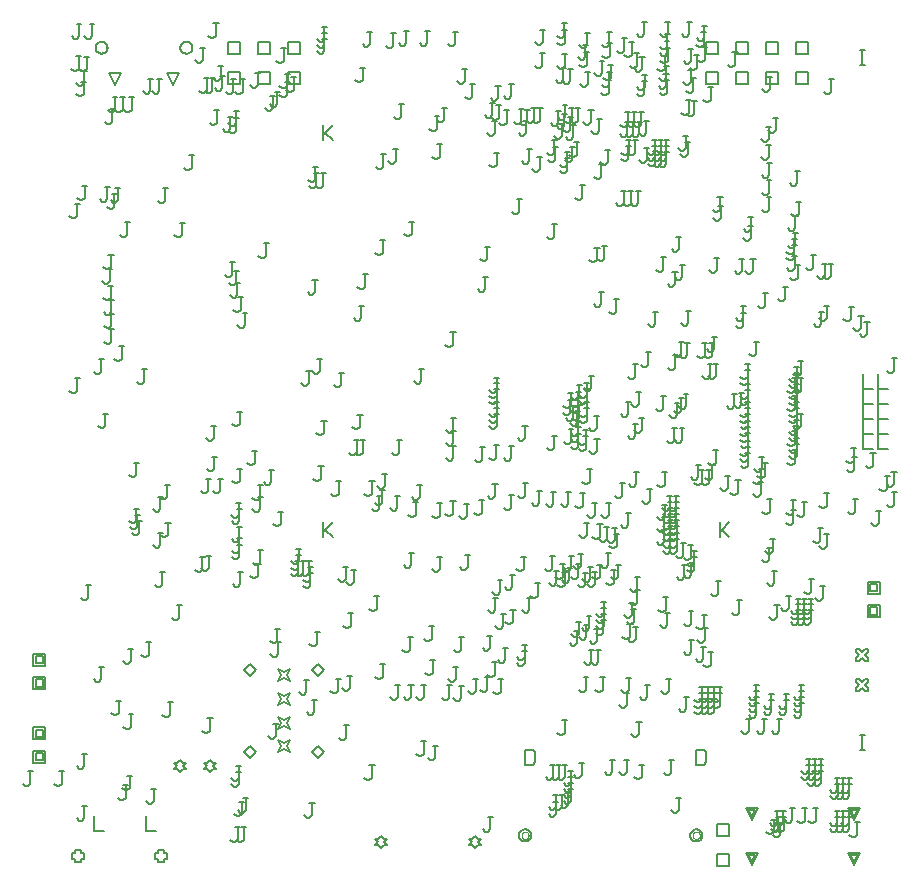
<source format=gbr>
%FSTAX23Y23*%
%MOIN*%
%SFA1B1*%

%IPPOS*%
%ADD140C,0.005000*%
%ADD145C,0.004000*%
%ADD271C,0.006667*%
%LNx98_carrier_v1r2_12082022_drawing_1-1*%
%LPD*%
G54D140*
X00214Y00062D02*
Y00052D01*
X00234*
Y00062*
X00244*
Y00082*
X00234*
Y00092*
X00214*
Y00082*
X00204*
Y00062*
X00214*
X0049D02*
Y00052D01*
X0051*
Y00062*
X0052*
Y00082*
X0051*
Y00092*
X0049*
Y00082*
X0048*
Y00062*
X0049*
X00275Y00204D02*
Y00154D01*
X00308*
X0045Y00204D02*
Y00154D01*
X00483*
X00561Y0035D02*
X00571Y0036D01*
X00581*
X00571Y0037*
X00581Y0038*
X00571*
X00561Y0039*
X00551Y0038*
X00541*
X00551Y0037*
X00541Y0036*
X00551*
X00561Y0035*
X00661D02*
X00671Y0036D01*
X00681*
X00671Y0037*
X00681Y0038*
X00671*
X00661Y0039*
X00651Y0038*
X00641*
X00651Y0037*
X00641Y0036*
X00651*
X00661Y0035*
X00074Y00459D02*
Y00499D01*
X00114*
Y00459*
X00074*
X00082Y00467D02*
Y00491D01*
X00106*
Y00467*
X00082*
X00074Y00381D02*
Y00421D01*
X00114*
Y00381*
X00074*
X00082Y00389D02*
Y00413D01*
X00106*
Y00389*
X00082*
X00073Y00627D02*
Y00667D01*
X00113*
Y00627*
X00073*
X00081Y00635D02*
Y00659D01*
X00105*
Y00635*
X00081*
X00073Y00705D02*
Y00745D01*
X00113*
Y00705*
X00073*
X00081Y00713D02*
Y00737D01*
X00105*
Y00713*
X00081*
X00776Y00417D02*
X00796Y00437D01*
X00816Y00417*
X00796Y00397*
X00776Y00417*
X02354Y00137D02*
Y00177D01*
X02394*
Y00137*
X02354*
Y00037D02*
Y00077D01*
X02394*
Y00037*
X02354*
X02468Y00042D02*
X02448Y00082D01*
X02488*
X02468Y00042*
Y0005D02*
X02456Y00074D01*
X0248*
X02468Y0005*
X02809Y00042D02*
X02789Y00082D01*
X02829*
X02809Y00042*
Y0005D02*
X02797Y00074D01*
X02821*
X02809Y0005*
Y00192D02*
X02789Y00232D01*
X02829*
X02809Y00192*
Y002D02*
X02797Y00224D01*
X02821*
X02809Y002*
X02468Y00192D02*
X02448Y00232D01*
X02488*
X02468Y00192*
Y002D02*
X02456Y00224D01*
X0248*
X02468Y002*
X01232Y00098D02*
X01242Y00108D01*
X01252*
X01242Y00118*
X01252Y00128*
X01242*
X01232Y00138*
X01222Y00128*
X01212*
X01222Y00118*
X01212Y00108*
X01222*
X01232Y00098*
X01547D02*
X01557Y00108D01*
X01567*
X01557Y00118*
X01567Y00128*
X01557*
X01547Y00138*
X01537Y00128*
X01527*
X01537Y00118*
X01527Y00108*
X01537*
X01547Y00098*
X01038Y01183D02*
Y01133D01*
Y0115*
X01071Y01183*
X01046Y01158*
X01071Y01133*
X01038Y02506D02*
Y02456D01*
Y02473*
X01071Y02506*
X01046Y02481*
X01071Y02456*
X02828Y02758D02*
X02845D01*
X02836*
Y02708*
X02828*
X02845*
X00346Y02641D02*
X00326Y02681D01*
X00366*
X00346Y02641*
X00539D02*
X00519Y02681D01*
X00559*
X00539Y02641*
X0289Y01578D02*
Y01528D01*
X02923*
X0289Y01528D02*
Y01478D01*
X02923*
X0284Y01528D02*
Y01478D01*
X02873*
X0284Y01478D02*
Y01428D01*
X02873*
X0284Y01578D02*
Y01528D01*
X02873*
X0284Y01628D02*
Y01578D01*
X02873*
X0289Y01478D02*
Y01428D01*
X02923*
X0289Y01628D02*
Y01578D01*
X02923*
X0284Y01678D02*
Y01628D01*
X02873*
X0289Y01678D02*
Y01628D01*
X02923*
X02617Y02744D02*
Y02784D01*
X02657*
Y02744*
X02617*
X02517D02*
Y02784D01*
X02557*
Y02744*
X02517*
X02417D02*
Y02784D01*
X02457*
Y02744*
X02417*
X02317D02*
Y02784D01*
X02357*
Y02744*
X02317*
Y02644D02*
Y02684D01*
X02357*
Y02644*
X02317*
X02417D02*
Y02684D01*
X02457*
Y02644*
X02417*
X02517D02*
Y02684D01*
X02557*
Y02644*
X02517*
X02617D02*
Y02684D01*
X02657*
Y02644*
X02617*
X00924Y02744D02*
Y02784D01*
X00964*
Y02744*
X00924*
X00824D02*
Y02784D01*
X00864*
Y02744*
X00824*
X00724D02*
Y02784D01*
X00764*
Y02744*
X00724*
Y02644D02*
Y02684D01*
X00764*
Y02644*
X00724*
X00824D02*
Y02684D01*
X00864*
Y02644*
X00824*
X00924D02*
Y02684D01*
X00964*
Y02644*
X00924*
X01713Y00425D02*
Y00375D01*
X01738*
X01746Y00384*
Y00417*
X01738Y00425*
X01713*
X02283D02*
Y00375D01*
X02308*
X02317Y00384*
Y00417*
X02308Y00425*
X02283*
X01004Y00417D02*
X01024Y00437D01*
X01044Y00417*
X01024Y00397*
X01004Y00417*
Y00692D02*
X01024Y00712D01*
X01044Y00692*
X01024Y00672*
X01004Y00692*
X00776D02*
X00796Y00712D01*
X00816Y00692*
X00796Y00672*
X00776Y00692*
X0089Y00417D02*
X009Y00437D01*
X0089Y00457*
X0091Y00447*
X0093Y00457*
X0092Y00437*
X0093Y00417*
X0091Y00427*
X0089Y00417*
Y00495D02*
X009Y00515D01*
X0089Y00535*
X0091Y00525*
X0093Y00535*
X0092Y00515*
X0093Y00495*
X0091Y00505*
X0089Y00495*
Y00574D02*
X009Y00594D01*
X0089Y00614*
X0091Y00604*
X0093Y00614*
X0092Y00594*
X0093Y00574*
X0091Y00584*
X0089Y00574*
Y00653D02*
X009Y00673D01*
X0089Y00693*
X0091Y00683*
X0093Y00693*
X0092Y00673*
X0093Y00653*
X0091Y00663*
X0089Y00653*
X02855Y00867D02*
Y00907D01*
X02895*
Y00867*
X02855*
X02863Y00875D02*
Y00899D01*
X02887*
Y00875*
X02863*
X02855Y00945D02*
Y00985D01*
X02895*
Y00945*
X02855*
X02863Y00953D02*
Y00977D01*
X02887*
Y00953*
X02863*
X02817Y0062D02*
X02827D01*
X02837Y0063*
X02847Y0062*
X02857*
Y0063*
X02847Y0064*
X02857Y0065*
Y0066*
X02847*
X02837Y0065*
X02827Y0066*
X02817*
Y0065*
X02827Y0064*
X02817Y0063*
Y0062*
Y0072D02*
X02827D01*
X02837Y0073*
X02847Y0072*
X02857*
Y0073*
X02847Y0074*
X02857Y0075*
Y0076*
X02847*
X02837Y0075*
X02827Y0076*
X02817*
Y0075*
X02827Y0074*
X02817Y0073*
Y0072*
X02828Y00475D02*
X02845D01*
X02836*
Y00425*
X02828*
X02845*
X02361Y01183D02*
Y01133D01*
Y0115*
X02394Y01183*
X02369Y01158*
X02394Y01133*
X0152Y02694D02*
X01503D01*
X01511*
Y02653*
X01503Y02645*
X01495*
X01487Y02653*
X01308Y02576D02*
X01291D01*
X01299*
Y02535*
X01291Y02527*
X01283*
X01275Y02535*
X0177Y02401D02*
X01753D01*
X01762*
Y0236*
X01753Y02351*
X01745*
X01737Y0236*
X01735Y02427D02*
X01718D01*
X01726*
Y02386*
X01718Y02378*
X0171*
X01702Y02386*
X01627Y02415D02*
X0161D01*
X01618*
Y02374*
X0161Y02366*
X01602*
X01594Y02374*
X01395Y0282D02*
X01378D01*
X01386*
Y02779*
X01378Y02771*
X0137*
X01362Y02779*
X01489Y02818D02*
X01472D01*
X0148*
Y02777*
X01472Y02769*
X01464*
X01456Y02777*
X01452Y02565D02*
X01435D01*
X01443*
Y02524*
X01435Y02516*
X01427*
X01419Y02524*
X01282Y02813D02*
X01265D01*
X01273*
Y02772*
X01265Y02764*
X01257*
X01249Y02772*
X01204Y02817D02*
X01187D01*
X01195*
Y02776*
X01187Y02768*
X01179*
X01171Y02776*
X01325Y02821D02*
X01308D01*
X01316*
Y0278*
X01308Y02772*
X013*
X01292Y0278*
X00426Y01382D02*
X00409D01*
X00417*
Y01341*
X00409Y01333*
X00401*
X00392Y01341*
X00323Y01545D02*
X00306D01*
X00314*
Y01504*
X00306Y01496*
X00298*
X0029Y01504*
X00177Y00353D02*
X0016D01*
X00168*
Y00312*
X0016Y00304*
X00152*
X00143Y00312*
X00252Y0041D02*
X00236D01*
X00244*
Y00369*
X00236Y00361*
X00227*
X00219Y00369*
X00252Y00238D02*
X00236D01*
X00244*
Y00196*
X00236Y00188*
X00227*
X00219Y00196*
X00071Y00354D02*
X00055D01*
X00063*
Y00312*
X00055Y00304*
X00046*
X00038Y00312*
X02629Y02354D02*
X02612D01*
X0262*
Y02313*
X02612Y02305*
X02604*
X02596Y02313*
X00452Y01693D02*
X00435D01*
X00443*
Y01652*
X00435Y01644*
X00427*
X00419Y01652*
X00308Y007D02*
X00291D01*
X00299*
Y00659*
X00291Y00651*
X00283*
X00275Y00659*
X00568Y00906D02*
X00552D01*
X0056*
Y00865*
X00552Y00856*
X00543*
X00535Y00865*
X0088Y02605D02*
X00863D01*
X00872*
Y02564*
X00863Y02555*
X00855*
X00847Y02564*
X00895Y02618D02*
X00879D01*
X00887*
Y02576*
X00879Y02568*
X0087*
X00862Y02576*
X00928Y0265D02*
X00911D01*
X00919*
Y02608*
X00911Y026*
X00903*
X00894Y02608*
X00694Y02556D02*
X00677D01*
X00686*
Y02515*
X00677Y02506*
X00669*
X00661Y02515*
X00758Y02555D02*
X00741D01*
X00749*
Y02514*
X00741Y02505*
X00733*
X00724Y02514*
X0066Y02663D02*
X00643D01*
X00652*
Y02622*
X00643Y02613*
X00635*
X00627Y02622*
X00678Y02663D02*
X00661D01*
X0067*
Y02622*
X00661Y02613*
X00653*
X00645Y02622*
X00712Y0267D02*
X00695D01*
X00704*
Y02629*
X00695Y0262*
X00687*
X00679Y02629*
X00647Y02765D02*
X0063D01*
X00639*
Y02724*
X0063Y02715*
X00622*
X00614Y02724*
X00707Y02705D02*
X0069D01*
X00699*
Y02664*
X0069Y02655*
X00682*
X00674Y02664*
X00748Y02659D02*
X00731D01*
X0074*
Y02617*
X00731Y02609*
X00723*
X00715Y02617*
X00691Y02846D02*
X00674D01*
X00682*
Y02805*
X00674Y02797*
X00666*
X00657Y02805*
X00228Y01663D02*
X00211D01*
X00219*
Y01622*
X00211Y01614*
X00203*
X00194Y01622*
X01247Y02123D02*
X0123D01*
X01238*
Y02082*
X0123Y02074*
X01222*
X01213Y02082*
X00506Y01267D02*
X00489D01*
X00497*
Y01226*
X00489Y01218*
X00481*
X00472Y01226*
X00528Y01308D02*
X00511D01*
X00519*
Y01267*
X00511Y01259*
X00503*
X00494Y01267*
X00309Y01726D02*
X00292D01*
X003*
Y01685*
X00292Y01677*
X00284*
X00275Y01685*
X02802Y0031D02*
X02785D01*
X02794*
Y00269*
X02785Y0026*
X02777*
X02769Y00269*
X02762Y0033D02*
X02745D01*
X02754*
Y00289*
X02745Y0028*
X02737*
X02729Y00289*
X02782Y0033D02*
X02765D01*
X02774*
Y00289*
X02765Y0028*
X02757*
X02749Y00289*
X02707Y00395D02*
X0269D01*
X02699*
Y00354*
X0269Y00345*
X02682*
X02674Y00354*
X02802Y0033D02*
X02785D01*
X02794*
Y00289*
X02785Y0028*
X02777*
X02769Y00289*
X02817Y01429D02*
X028D01*
X02808*
Y01388*
X028Y0138*
X02792*
X02783Y01388*
X02928Y01336D02*
X02911D01*
X02919*
Y01295*
X02911Y01287*
X02903*
X02894Y01295*
X02782Y0031D02*
X02765D01*
X02774*
Y00269*
X02765Y0026*
X02757*
X02749Y00269*
X02763Y0031D02*
X02747D01*
X02755*
Y00269*
X02747Y0026*
X02738*
X0273Y00269*
X02707Y00355D02*
X0269D01*
X02699*
Y00314*
X0269Y00305*
X02682*
X02674Y00314*
X02707Y00375D02*
X0269D01*
X02699*
Y00334*
X0269Y00325*
X02682*
X02674Y00334*
X00265Y00973D02*
X00249D01*
X00257*
Y00932*
X00249Y00924*
X0024*
X00232Y00932*
X00228Y02245D02*
X00211D01*
X00219*
Y02204*
X00211Y02196*
X00203*
X00194Y02204*
X00406Y00761D02*
X0039D01*
X00398*
Y00719*
X0039Y00711*
X00381*
X00373Y00719*
X00407Y00543D02*
X00391D01*
X00399*
Y00501*
X00391Y00493*
X00382*
X00374Y00501*
X00483Y00295D02*
X00467D01*
X00475*
Y00253*
X00467Y00245*
X00458*
X0045Y00253*
X00389Y00307D02*
X00373D01*
X00381*
Y00265*
X00373Y00257*
X00364*
X00356Y00265*
X00467Y00783D02*
X0045D01*
X00458*
Y00742*
X0045Y00734*
X00442*
X00433Y00742*
X00538Y00583D02*
X00521D01*
X00529*
Y00542*
X00521Y00534*
X00513*
X00504Y00542*
X00671Y00529D02*
X00654D01*
X00662*
Y00488*
X00654Y0048*
X00646*
X00637Y00488*
X00367Y00588D02*
X0035D01*
X00358*
Y00547*
X0035Y00539*
X00342*
X00333Y00547*
X00404Y00338D02*
X00387D01*
X00395*
Y00297*
X00387Y00289*
X00379*
X0037Y00297*
X00763Y00167D02*
X00747D01*
X00755*
Y00125*
X00747Y00117*
X00738*
X0073Y00125*
X00783Y00167D02*
X00767D01*
X00775*
Y00125*
X00767Y00117*
X00758*
X0075Y00125*
X00512Y01016D02*
X00495D01*
X00503*
Y00975*
X00495Y00967*
X00487*
X00478Y00975*
X01546Y02643D02*
X01529D01*
X01537*
Y02602*
X01529Y02593*
X01521*
X01513Y02602*
X02634Y02252D02*
X02617D01*
X02625*
Y02211*
X02617Y02203*
X02609*
X026Y02211*
X00254Y02305D02*
X00237D01*
X00245*
Y02264*
X00237Y02256*
X00229*
X0022Y02264*
X01124Y01034D02*
X01107D01*
X01115*
Y00993*
X01107Y00985*
X01099*
X0109Y00993*
X01051Y01522D02*
X01034D01*
X01042*
Y01481*
X01034Y01473*
X01026*
X01017Y01481*
X01171Y01542D02*
X01154D01*
X01162*
Y01501*
X01154Y01493*
X01146*
X01137Y01501*
X0115Y01024D02*
X01133D01*
X01141*
Y00983*
X01133Y00975*
X01125*
X01116Y00983*
X01001Y01687D02*
X00984D01*
X00992*
Y01646*
X00984Y01638*
X00976*
X00967Y01646*
X01109Y01682D02*
X01092D01*
X011*
Y01641*
X01092Y01633*
X01084*
X01075Y01641*
X02032Y01042D02*
X02015D01*
X02023*
Y01001*
X02015Y00993*
X02007*
X01998Y01001*
X02017Y01023D02*
X02D01*
X02008*
Y00982*
X02Y00974*
X01992*
X01983Y00982*
X01681Y00892D02*
X01664D01*
X01672*
Y00851*
X01664Y00843*
X01656*
X01647Y00851*
X01604Y00805D02*
X01587D01*
X01596*
Y00763*
X01587Y00755*
X01579*
X01571Y00763*
X01986Y02103D02*
X01969D01*
X01977*
Y02062*
X01969Y02054*
X01961*
X01952Y02062*
X01648Y00877D02*
X01631D01*
X01639*
Y00836*
X01631Y00828*
X01623*
X01614Y00836*
X01961Y02098D02*
X01944D01*
X01952*
Y02057*
X01944Y02049*
X01936*
X01927Y02057*
X02027Y01145D02*
X0201D01*
X02018*
Y01104*
X0201Y01096*
X02002*
X01993Y01104*
X0162Y02521D02*
X01603D01*
X01611*
Y0248*
X01603Y02471*
X01595*
X01587Y0248*
X00341Y02075D02*
X00324D01*
X00332*
Y02034*
X00324Y02026*
X00316*
X00307Y02034*
X00337Y02027D02*
X0032D01*
X00328*
Y01986*
X0032Y01978*
X00312*
X00303Y01986*
X0034Y01972D02*
X00323D01*
X00331*
Y01931*
X00323Y01923*
X00315*
X00306Y01931*
X00342Y01924D02*
X00325D01*
X00333*
Y01883*
X00325Y01875*
X00317*
X00308Y01883*
X00787Y0188D02*
X00771D01*
X00779*
Y01839*
X00771Y01831*
X00762*
X00754Y01839*
X00763Y0198D02*
X00746D01*
X00754*
Y01939*
X00746Y01931*
X00738*
X00729Y01939*
X00774Y01933D02*
X00757D01*
X00765*
Y01892*
X00757Y01884*
X00749*
X0074Y01892*
X00759Y02022D02*
X00742D01*
X0075*
Y01981*
X00742Y01973*
X00734*
X00725Y01981*
X01922Y01015D02*
X01905D01*
X01913*
Y00974*
X01905Y00966*
X01897*
X01888Y00974*
X01938Y01034D02*
X01921D01*
X01929*
Y00993*
X01921Y00985*
X01913*
X01904Y00993*
X01954Y01017D02*
X01937D01*
X01945*
Y00976*
X01937Y00968*
X01929*
X0192Y00976*
X0197Y01042D02*
X01953D01*
X01961*
Y01001*
X01953Y00993*
X01945*
X01936Y01001*
X00377Y01769D02*
X0036D01*
X00368*
Y01728*
X0036Y0172*
X00352*
X00343Y01728*
X00343Y01826D02*
X00326D01*
X00334*
Y01785*
X00326Y01777*
X00318*
X00309Y01785*
X00343Y01878D02*
X00326D01*
X00334*
Y01837*
X00326Y01829*
X00318*
X00309Y01837*
X0025Y02652D02*
X00233D01*
X00241*
Y02611*
X00233Y02603*
X00225*
X00216Y02611*
X0026Y02735D02*
X00243D01*
X00251*
Y02694*
X00243Y02686*
X00235*
X00226Y02694*
X00251Y02687D02*
X00234D01*
X00242*
Y02646*
X00234Y02638*
X00226*
X00217Y02646*
X00234Y02736D02*
X00217D01*
X00225*
Y02695*
X00217Y02687*
X00209*
X002Y02695*
X01481Y01816D02*
X01464D01*
X01472*
Y01775*
X01464Y01767*
X01456*
X01447Y01775*
X01596Y02102D02*
X01579D01*
X01587*
Y02061*
X01579Y02053*
X01571*
X01562Y02061*
X01589Y02001D02*
X01572D01*
X0158*
Y0196*
X01572Y01952*
X01564*
X01555Y0196*
X00858Y02113D02*
X00841D01*
X00849*
Y02072*
X00841Y02064*
X00833*
X00824Y02072*
X02318Y00875D02*
X02301D01*
X02309*
Y00834*
X02301Y00826*
X02293*
X02284Y00834*
X01188Y02009D02*
X01171D01*
X01179*
Y01968*
X01171Y0196*
X01163*
X01154Y01968*
X01913Y02306D02*
X01896D01*
X01904*
Y02265*
X01896Y02257*
X01888*
X01879Y02265*
X0114Y00879D02*
X01123D01*
X01131*
Y00838*
X01123Y0083*
X01115*
X01106Y00838*
X02196Y0088D02*
X02179D01*
X02187*
Y00839*
X02179Y00831*
X02171*
X02162Y00839*
X0234Y0075D02*
X02324D01*
X02332*
Y00708*
X02324Y007*
X02315*
X02307Y00708*
X01655Y00765D02*
X01638D01*
X01646*
Y00723*
X01638Y00715*
X0163*
X01621Y00723*
X02536Y02667D02*
X0252D01*
X02528*
Y02626*
X0252Y02617*
X02511*
X02503Y02626*
X01996Y02425D02*
X01979D01*
X01988*
Y02384*
X01979Y02375*
X01971*
X01963Y02384*
X02365Y00986D02*
X02348D01*
X02356*
Y00945*
X02348Y00936*
X0234*
X02331Y00945*
X01894Y0082D02*
X01877D01*
X01886*
Y00779*
X01877Y0077*
X01869*
X01861Y00779*
X01926Y00842D02*
X01909D01*
X01917*
Y008*
X01909Y00792*
X01901*
X01892Y008*
X02089Y00835D02*
X02072D01*
X02081*
Y00794*
X02072Y00785*
X02064*
X02056Y00794*
X02195Y02809D02*
X02179D01*
X02187*
Y02768*
X02179Y02759*
X0217*
X02162Y02768*
X02274Y0276D02*
X02257D01*
X02265*
Y02719*
X02257Y0271*
X02249*
X02241Y02719*
X02283Y02664D02*
X02266D01*
X02274*
Y02622*
X02266Y02614*
X02258*
X02249Y02622*
X02191Y02678D02*
X02174D01*
X02182*
Y02637*
X02174Y02628*
X02166*
X02158Y02637*
X02119Y02675D02*
X02102D01*
X02111*
Y02634*
X02102Y02625*
X02094*
X02086Y02634*
X02002Y02683D02*
X01985D01*
X01993*
Y02642*
X01985Y02633*
X01977*
X01969Y02642*
X0219Y00933D02*
X02173D01*
X02182*
Y00891*
X02173Y00883*
X02165*
X02157Y00891*
X01234Y0127D02*
X01218D01*
X01226*
Y01228*
X01218Y0122*
X01209*
X01201Y01228*
X01227Y00936D02*
X0121D01*
X01218*
Y00895*
X0121Y00887*
X01202*
X01193Y00895*
X01342Y01081D02*
X01325D01*
X01333*
Y0104*
X01325Y01032*
X01317*
X01308Y0104*
X01247Y0071D02*
X0123D01*
X01239*
Y00668*
X0123Y0066*
X01222*
X01214Y00668*
X02259Y006D02*
X02242D01*
X0225*
Y00559*
X02242Y00551*
X02234*
X02225Y00559*
X02066Y00665D02*
X0205D01*
X02058*
Y00624*
X0205Y00615*
X02041*
X02033Y00624*
X02492Y006D02*
X02475D01*
X02484*
Y00559*
X02475Y0055*
X02467*
X02459Y00559*
X02492Y0062D02*
X02475D01*
X02484*
Y00579*
X02475Y0057*
X02467*
X02459Y00579*
X02492Y0058D02*
X02475D01*
X02484*
Y00539*
X02475Y0053*
X02467*
X02459Y00539*
X02129Y00641D02*
X02112D01*
X0212*
Y006*
X02112Y00592*
X02104*
X02095Y006*
X01421Y00438D02*
X01405D01*
X01413*
Y00397*
X01405Y00389*
X01396*
X01388Y00397*
X02321Y00831D02*
X02304D01*
X02312*
Y0079*
X02304Y00782*
X02296*
X02287Y0079*
X02493Y01785D02*
X02476D01*
X02484*
Y01744*
X02476Y01736*
X02468*
X02459Y01744*
X02443Y01615D02*
X02426D01*
X02434*
Y01573*
X02426Y01565*
X02418*
X02409Y01573*
X02351Y01801D02*
X02335D01*
X02343*
Y0176*
X02335Y01751*
X02326*
X02318Y0176*
X01819Y02176D02*
X01802D01*
X0181*
Y02135*
X01802Y02127*
X01794*
X01785Y02135*
X01819Y01472D02*
X01802D01*
X0181*
Y01431*
X01802Y01423*
X01794*
X01785Y01431*
X02535Y01098D02*
X02518D01*
X02526*
Y01057*
X02518Y01049*
X0251*
X02501Y01057*
X02616Y01256D02*
X02599D01*
X02607*
Y01215*
X02599Y01207*
X02591*
X02582Y01215*
X0206Y00614D02*
X02043D01*
X02051*
Y00573*
X02043Y00565*
X02035*
X02026Y00573*
X02435Y00923D02*
X02418D01*
X02426*
Y00882*
X02418Y00874*
X0241*
X02401Y00882*
X0234Y02633D02*
X02323D01*
X02331*
Y02592*
X02323Y02584*
X02315*
X02306Y02592*
X01968Y02527D02*
X01951D01*
X01959*
Y02486*
X01951Y02478*
X01943*
X01934Y02486*
X02431Y01323D02*
X02414D01*
X02422*
Y01282*
X02414Y01274*
X02406*
X02397Y01282*
X01936Y0136D02*
X0192D01*
X01928*
Y01318*
X0192Y0131*
X01912*
X01903Y01318*
X00779Y0266D02*
X00763D01*
X00771*
Y02618*
X00763Y0261*
X00754*
X00746Y02618*
X0083Y02682D02*
X00813D01*
X00822*
Y02641*
X00813Y02632*
X00805*
X00797Y02641*
X00758Y0253D02*
X00741D01*
X00749*
Y02488*
X00741Y0248*
X00733*
X00724Y02488*
X00738Y02535D02*
X00722D01*
X0073*
Y02493*
X00722Y02485*
X00713*
X00705Y02493*
X0095Y02667D02*
X00933D01*
X00942*
Y02625*
X00933Y02617*
X00925*
X00917Y02625*
X01843Y02512D02*
X01827D01*
X01835*
Y0247*
X01827Y02462*
X01818*
X0181Y0247*
X00928Y02678D02*
X00911D01*
X00919*
Y02637*
X00911Y02629*
X00903*
X00894Y02637*
X01508Y00637D02*
X01491D01*
X01499*
Y00596*
X01491Y00588*
X01483*
X01474Y00596*
X0082Y01422D02*
X00803D01*
X00811*
Y01381*
X00803Y01373*
X00795*
X00786Y01381*
X00531Y01182D02*
X00514D01*
X00522*
Y01141*
X00514Y01133*
X00506*
X00497Y01141*
X02584Y00199D02*
X02567D01*
X02575*
Y00158*
X02567Y0015*
X02559*
X0255Y00158*
X0255Y00192D02*
X02533D01*
X02541*
Y00151*
X02533Y00143*
X02525*
X02516Y00151*
X02566Y00201D02*
X02549D01*
X02557*
Y0016*
X02549Y00152*
X02541*
X02532Y0016*
X02572Y00182D02*
X02555D01*
X02563*
Y00141*
X02555Y00133*
X02547*
X02538Y00141*
X02234Y00264D02*
X02217D01*
X02225*
Y00223*
X02217Y00215*
X02209*
X022Y00223*
X01854Y00523D02*
X01837D01*
X01845*
Y00482*
X01837Y00474*
X01829*
X0182Y00482*
X01605Y00201D02*
X01588D01*
X01597*
Y0016*
X01588Y00151*
X0158*
X01572Y0016*
X00891Y00511D02*
X00874D01*
X00882*
Y0047*
X00874Y00462*
X00866*
X00857Y0047*
X02801Y00221D02*
X02784D01*
X02792*
Y00179*
X02784Y00171*
X02776*
X02767Y00179*
X00769Y01108D02*
X00752D01*
X0076*
Y01067*
X00752Y01059*
X00744*
X00735Y01067*
X01028Y00818D02*
X01011D01*
X01019*
Y00777*
X01011Y00769*
X01003*
X00994Y00777*
X02618Y02126D02*
X02601D01*
X02609*
Y02085*
X02601Y02077*
X02593*
X02584Y02085*
X02618Y02106D02*
X02601D01*
X02609*
Y02065*
X02601Y02057*
X02593*
X02584Y02065*
X02681Y02073D02*
X02665D01*
X02673*
Y02032*
X02665Y02024*
X02656*
X02648Y02032*
X02589Y01968D02*
X02572D01*
X0258*
Y01927*
X02572Y01919*
X02564*
X02555Y01927*
X02727Y01904D02*
X0271D01*
X02719*
Y01863*
X0271Y01854*
X02702*
X02694Y01863*
X02841Y01871D02*
X02824D01*
X02832*
Y0183*
X02824Y01822*
X02816*
X02807Y0183*
X02808Y01902D02*
X02791D01*
X02799*
Y01861*
X02791Y01853*
X02783*
X02774Y01861*
X02727Y01279D02*
X0271D01*
X02718*
Y01238*
X0271Y0123*
X02702*
X02693Y01238*
X02653Y01249D02*
X02636D01*
X02644*
Y01208*
X02636Y012*
X02628*
X02619Y01208*
X02599Y00938D02*
X02582D01*
X02591*
Y00897*
X02582Y00888*
X02574*
X02566Y00897*
X0198Y00666D02*
X01963D01*
X01971*
Y00624*
X01963Y00616*
X01955*
X01946Y00624*
X02714Y00971D02*
X02697D01*
X02705*
Y0093*
X02697Y00922*
X02689*
X0268Y0093*
X02676Y00993D02*
X02659D01*
X02667*
Y00952*
X02659Y00944*
X02651*
X02642Y00952*
X00772Y01017D02*
X00755D01*
X00763*
Y00976*
X00755Y00968*
X00747*
X00738Y00976*
X00831Y01045D02*
X00814D01*
X00822*
Y01004*
X00814Y00996*
X00806*
X00797Y01004*
X01137Y0067D02*
X0112D01*
X01128*
Y00629*
X0112Y00621*
X01112*
X01103Y00629*
X01098Y00662D02*
X01081D01*
X01089*
Y00621*
X01081Y00613*
X01073*
X01064Y00621*
X00993Y00657D02*
X00976D01*
X00984*
Y00616*
X00976Y00608*
X00968*
X00959Y00616*
X00898Y00784D02*
X00881D01*
X00889*
Y00743*
X00881Y00735*
X00873*
X00864Y00743*
X00896Y00828D02*
X00879D01*
X00887*
Y00787*
X00879Y00779*
X00871*
X00862Y00787*
X01125Y00506D02*
X01108D01*
X01116*
Y00465*
X01108Y00457*
X011*
X01091Y00465*
X01019Y0059D02*
X01002D01*
X0101*
Y00549*
X01002Y00541*
X00994*
X00985Y00549*
X00685Y01402D02*
X00668D01*
X00676*
Y01361*
X00668Y01353*
X0066*
X00651Y01361*
X0077Y01362D02*
X00753D01*
X00761*
Y01321*
X00753Y01313*
X00745*
X00736Y01321*
X00875Y01358D02*
X00858D01*
X00867*
Y01317*
X00858Y01308*
X0085*
X00842Y01317*
X00838Y01306D02*
X00821D01*
X00829*
Y01265*
X00821Y01257*
X00813*
X00804Y01265*
X00838Y01267D02*
X00821D01*
X00829*
Y01226*
X00821Y01217*
X00813*
X00804Y01226*
X00767Y01247D02*
X0075D01*
X00758*
Y01206*
X0075Y01198*
X00742*
X00733Y01206*
X00907Y01218D02*
X0089D01*
X00898*
Y01177*
X0089Y01169*
X00882*
X00873Y01177*
X00667Y0107D02*
X0065D01*
X00658*
Y01029*
X0065Y01021*
X00642*
X00633Y01029*
X00429Y01208D02*
X00412D01*
X0042*
Y01167*
X00412Y01159*
X00404*
X00395Y01167*
X00435Y01188D02*
X00418D01*
X00426*
Y01147*
X00418Y01139*
X0041*
X00401Y01147*
X00426Y01228D02*
X00409D01*
X00417*
Y01187*
X00409Y01179*
X00401*
X00392Y01187*
X00839Y01089D02*
X00822D01*
X0083*
Y01048*
X00822Y0104*
X00814*
X00805Y01048*
X00646Y01066D02*
X00629D01*
X00637*
Y01025*
X00629Y01017*
X00621*
X00612Y01025*
X00665Y01328D02*
X00648D01*
X00656*
Y01287*
X00648Y01279*
X0064*
X00631Y01287*
X00705Y01328D02*
X00688D01*
X00696*
Y01287*
X00688Y01279*
X0068*
X00671Y01287*
X00769Y01227D02*
X00752D01*
X0076*
Y01186*
X00752Y01177*
X00744*
X00735Y01186*
X00769Y01168D02*
X00752D01*
X0076*
Y01127*
X00752Y01118*
X00744*
X00735Y01127*
X00769Y01129D02*
X00752D01*
X0076*
Y01088*
X00752Y01079*
X00744*
X00735Y01088*
X00506Y01148D02*
X00489D01*
X00497*
Y01107*
X00489Y01098*
X00481*
X00472Y01107*
X02828Y00183D02*
X02811D01*
X02819*
Y00142*
X02811Y00134*
X02803*
X02794Y00142*
X02208Y0039D02*
X02191D01*
X022*
Y00348*
X02191Y0034*
X02183*
X02175Y00348*
X0211Y00375D02*
X02093D01*
X02101*
Y00334*
X02093Y00326*
X02085*
X02076Y00334*
X0206Y0039D02*
X02043D01*
X02051*
Y00349*
X02043Y00341*
X02035*
X02026Y00349*
X02012Y00391D02*
X01995D01*
X02003*
Y0035*
X01995Y00342*
X01987*
X01978Y0035*
X02522Y01946D02*
X02505D01*
X02514*
Y01904*
X02505Y01896*
X02497*
X02489Y01904*
X0236Y02064D02*
X02343D01*
X02352*
Y02023*
X02343Y02014*
X02335*
X02327Y02023*
X01469Y00639D02*
X01452D01*
X0146*
Y00598*
X01452Y0059*
X01444*
X01435Y00598*
X00578Y02182D02*
X00561D01*
X00569*
Y02141*
X00561Y02133*
X00553*
X00544Y02141*
X00395Y02184D02*
X00378D01*
X00386*
Y02142*
X00378Y02134*
X0037*
X00361Y02142*
X01881Y02508D02*
X01865D01*
X01873*
Y02466*
X01865Y02458*
X01856*
X01848Y02466*
X0162Y00716D02*
X01603D01*
X01612*
Y00674*
X01603Y00666*
X01595*
X01587Y00674*
X0164Y0066D02*
X01623D01*
X01632*
Y00618*
X01623Y0061*
X01615*
X01607Y00618*
X02629Y0204D02*
X02613D01*
X02621*
Y01998*
X02613Y0199*
X02604*
X02596Y01998*
X0149Y00701D02*
X01473D01*
X01481*
Y00659*
X01473Y00651*
X01465*
X01456Y00659*
X01413Y00723D02*
X01397D01*
X01405*
Y00681*
X01397Y00673*
X01388*
X0138Y00681*
X01819Y02457D02*
X01802D01*
X0181*
Y02415*
X01802Y02407*
X01794*
X01785Y02415*
X02762Y0022D02*
X02745D01*
X02754*
Y00179*
X02745Y0017*
X02737*
X02729Y00179*
X02782Y0022D02*
X02765D01*
X02774*
Y00179*
X02765Y0017*
X02757*
X02749Y00179*
X02762Y002D02*
X02745D01*
X02754*
Y00159*
X02745Y0015*
X02737*
X02729Y00159*
X02782Y002D02*
X02765D01*
X02774*
Y00159*
X02765Y0015*
X02757*
X02749Y00159*
X02802Y002D02*
X02785D01*
X02794*
Y00159*
X02785Y0015*
X02777*
X02769Y00159*
X02612Y0023D02*
X02595D01*
X02604*
Y00189*
X02595Y0018*
X02587*
X02579Y00189*
X02581Y00221D02*
X02564D01*
X02572*
Y00179*
X02564Y00171*
X02556*
X02547Y00179*
X02562Y0022D02*
X02545D01*
X02554*
Y00179*
X02545Y0017*
X02537*
X02529Y00179*
X02667Y00375D02*
X0265D01*
X02659*
Y00334*
X0265Y00325*
X02642*
X02634Y00334*
X02687Y00355D02*
X0267D01*
X02679*
Y00314*
X0267Y00305*
X02662*
X02654Y00314*
X02687Y00375D02*
X0267D01*
X02679*
Y00334*
X0267Y00325*
X02662*
X02654Y00334*
X02687Y00395D02*
X0267D01*
X02679*
Y00354*
X0267Y00345*
X02662*
X02654Y00354*
X02667Y00395D02*
X0265D01*
X02659*
Y00354*
X0265Y00345*
X02642*
X02634Y00354*
X01383Y00642D02*
X01366D01*
X01375*
Y006*
X01366Y00592*
X01358*
X0135Y006*
X01341Y00642D02*
X01324D01*
X01333*
Y006*
X01324Y00592*
X01316*
X01308Y006*
X00917Y02763D02*
X009D01*
X00908*
Y02721*
X009Y02713*
X00892*
X00883Y02721*
X00609Y02406D02*
X00592D01*
X00601*
Y02364*
X00592Y02356*
X00584*
X00576Y02364*
X01509Y008D02*
X01492D01*
X015*
Y00758*
X01492Y0075*
X01484*
X01475Y00758*
X01846Y01043D02*
X01829D01*
X01838*
Y01001*
X01829Y00993*
X01821*
X01813Y01001*
X01826Y0102D02*
X01809D01*
X01817*
Y00979*
X01809Y0097*
X01801*
X01792Y00979*
X01982Y00857D02*
X01965D01*
X01973*
Y00815*
X01965Y00807*
X01957*
X01948Y00815*
X02275Y00792D02*
X02259D01*
X02267*
Y00751*
X02259Y00742*
X0225*
X02242Y00751*
X01983Y00898D02*
X01966D01*
X01975*
Y00856*
X01966Y00848*
X01958*
X0195Y00856*
X01875Y01071D02*
X01858D01*
X01866*
Y01029*
X01858Y01021*
X0185*
X01841Y01029*
X01984Y00917D02*
X01967D01*
X01975*
Y00876*
X01967Y00867*
X01959*
X0195Y00876*
X01899Y01043D02*
X01882D01*
X0189*
Y01001*
X01882Y00993*
X01874*
X01865Y01001*
X01983Y00877D02*
X01967D01*
X01975*
Y00836*
X01967Y00827*
X01958*
X0195Y00836*
X01853Y01016D02*
X01837D01*
X01845*
Y00974*
X01837Y00966*
X01828*
X0182Y00974*
X01868Y01032D02*
X01852D01*
X0186*
Y0099*
X01852Y00982*
X01843*
X01835Y0099*
X02274Y00886D02*
X02258D01*
X02266*
Y00844*
X02258Y00836*
X02249*
X02241Y00844*
X02592Y0059D02*
X02575D01*
X02584*
Y00549*
X02575Y0054*
X02567*
X02559Y00549*
X02592Y0061D02*
X02575D01*
X02584*
Y00569*
X02575Y0056*
X02567*
X02559Y00569*
X02542Y0059D02*
X02525D01*
X02534*
Y00549*
X02525Y0054*
X02517*
X02509Y00549*
X02542Y0061D02*
X02525D01*
X02534*
Y00569*
X02525Y0056*
X02517*
X02509Y00569*
X02642Y0058D02*
X02625D01*
X02634*
Y00539*
X02625Y0053*
X02617*
X02609Y00539*
X02642Y006D02*
X02625D01*
X02634*
Y00559*
X02625Y0055*
X02617*
X02609Y00559*
X02642Y0062D02*
X02625D01*
X02634*
Y00579*
X02625Y0057*
X02617*
X02609Y00579*
X02642Y0064D02*
X02625D01*
X02634*
Y00599*
X02625Y0059*
X02617*
X02609Y00599*
X02492Y0064D02*
X02475D01*
X02484*
Y00599*
X02475Y0059*
X02467*
X02459Y00599*
X02467Y00528D02*
X0245D01*
X02459*
Y00487*
X0245Y00478*
X02442*
X02434Y00487*
X02568Y00528D02*
X02552D01*
X0256*
Y00487*
X02552Y00478*
X02543*
X02535Y00487*
X02519Y00528D02*
X02502D01*
X0251*
Y00487*
X02502Y00478*
X02494*
X02485Y00487*
X01021Y01992D02*
X01004D01*
X01013*
Y01951*
X01004Y01942*
X00996*
X00988Y01951*
X01596Y00666D02*
X01579D01*
X01587*
Y00625*
X01579Y00616*
X01571*
X01562Y00625*
X01556Y0066D02*
X01539D01*
X01548*
Y00619*
X01539Y0061*
X01531*
X01523Y00619*
X01296Y00642D02*
X01279D01*
X01288*
Y006*
X01279Y00592*
X01271*
X01263Y006*
X01854Y02575D02*
X01838D01*
X01846*
Y02533*
X01838Y02525*
X01829*
X01821Y02533*
X00521Y02296D02*
X00505D01*
X00513*
Y02254*
X00505Y02246*
X00496*
X00488Y02254*
X01037Y01727D02*
X0102D01*
X01028*
Y01686*
X0102Y01678*
X01012*
X01003Y01686*
X02333Y01356D02*
X02316D01*
X02325*
Y01314*
X02316Y01306*
X02308*
X023Y01314*
X02464Y01709D02*
X02447D01*
X02455*
Y01667*
X02447Y01659*
X02439*
X0243Y01667*
X02337Y01711D02*
X02321D01*
X02329*
Y01669*
X02321Y01661*
X02312*
X02304Y01669*
X02357Y01424D02*
X0234D01*
X02349*
Y01382*
X0234Y01374*
X02332*
X02324Y01382*
X02222Y01739D02*
X02205D01*
X02213*
Y01697*
X02205Y01689*
X02197*
X02188Y01697*
X02242Y01785D02*
X02225D01*
X02234*
Y01743*
X02225Y01735*
X02217*
X02209Y01743*
X02132Y0175D02*
X02115D01*
X02124*
Y01708*
X02115Y017*
X02107*
X02099Y01708*
X01909Y00381D02*
X01892D01*
X01901*
Y0034*
X01892Y00332*
X01884*
X01876Y0034*
X01874Y00355D02*
X01857D01*
X01866*
Y00314*
X01857Y00305*
X01849*
X01841Y00314*
X01437Y02444D02*
X0142D01*
X01428*
Y02402*
X0142Y02394*
X01412*
X01403Y02402*
X00503Y02661D02*
X00486D01*
X00494*
Y02619*
X00486Y02611*
X00478*
X00469Y02619*
X00473Y02661D02*
X00456D01*
X00464*
Y02619*
X00456Y02611*
X00448*
X00439Y02619*
X019Y00851D02*
X01884D01*
X01892*
Y00809*
X01884Y00801*
X01875*
X01867Y00809*
X02091Y01351D02*
X02075D01*
X02083*
Y01309*
X02075Y01301*
X02066*
X02058Y01309*
X01659Y02557D02*
X01642D01*
X01651*
Y02515*
X01642Y02507*
X01634*
X01626Y02515*
X01634Y02573D02*
X01617D01*
X01626*
Y02531*
X01617Y02523*
X01609*
X01601Y02531*
X01611Y0258D02*
X01595D01*
X01603*
Y02539*
X01595Y0253*
X01586*
X01578Y02539*
X01427Y02536D02*
X01411D01*
X01419*
Y02495*
X01411Y02486*
X01402*
X01394Y02495*
X02356Y01712D02*
X02339D01*
X02348*
Y0167*
X02339Y01662*
X02331*
X02323Y0167*
X02065Y01584D02*
X02048D01*
X02056*
Y01543*
X02048Y01534*
X0204*
X02032Y01543*
X021Y01617D02*
X02083D01*
X02091*
Y01576*
X02083Y01567*
X02075*
X02067Y01576*
X02089Y0171D02*
X02072D01*
X0208*
Y01668*
X02072Y0166*
X02064*
X02055Y01668*
X02262Y01782D02*
X02245D01*
X02254*
Y0174*
X02245Y01732*
X02237*
X02229Y0174*
X01898Y01501D02*
X01881D01*
X0189*
Y01459*
X01881Y01451*
X01873*
X01865Y01459*
X01898Y01521D02*
X01881D01*
X0189*
Y01479*
X01881Y01471*
X01873*
X01865Y01479*
X01896Y01555D02*
X01879D01*
X01887*
Y01514*
X01879Y01505*
X01871*
X01862Y01514*
X01959Y01538D02*
X01942D01*
X01951*
Y01496*
X01942Y01488*
X01934*
X01926Y01496*
X02182Y01603D02*
X02166D01*
X02174*
Y01562*
X02166Y01553*
X02157*
X02149Y01562*
X02346Y01374D02*
X02329D01*
X02337*
Y01332*
X02329Y01324*
X02321*
X02312Y01332*
X02397Y01338D02*
X0238D01*
X02388*
Y01296*
X0238Y01288*
X02372*
X02363Y01296*
X02187Y01349D02*
X0217D01*
X02178*
Y01307*
X0217Y01299*
X02162*
X02153Y01307*
X02137Y01295D02*
X0212D01*
X02129*
Y01253*
X0212Y01245*
X02112*
X02104Y01253*
X02073Y02287D02*
X02057D01*
X02065*
Y02245*
X02057Y02237*
X02048*
X0204Y02245*
X02049Y02288D02*
X02033D01*
X02041*
Y02246*
X02033Y02238*
X02024*
X02016Y02246*
X02098Y02288D02*
X02082D01*
X0209*
Y02246*
X02082Y02238*
X02073*
X02065Y02246*
X01179Y01456D02*
X01162D01*
X01171*
Y01415*
X01162Y01406*
X01154*
X01146Y01415*
X01159Y01456D02*
X01142D01*
X01151*
Y01415*
X01142Y01406*
X01134*
X01126Y01415*
X02621Y02146D02*
X02605D01*
X02613*
Y02104*
X02605Y02096*
X02596*
X02588Y02104*
X00683Y01505D02*
X00666D01*
X00675*
Y01463*
X00666Y01455*
X00658*
X0065Y01463*
X00745Y02049D02*
X00729D01*
X00737*
Y02007*
X00729Y01999*
X0072*
X00712Y02007*
X01436Y01068D02*
X0142D01*
X01428*
Y01027*
X0142Y01018*
X01411*
X01403Y01027*
X0272Y02045D02*
X02703D01*
X02712*
Y02003*
X02703Y01995*
X02695*
X02687Y02003*
X0274Y02045D02*
X02723D01*
X02732*
Y02003*
X02723Y01995*
X02715*
X02707Y02003*
X01702Y0226D02*
X01685D01*
X01694*
Y02218*
X01685Y0221*
X01677*
X01669Y02218*
X02742Y02659D02*
X02726D01*
X02734*
Y02618*
X02726Y02609*
X02717*
X02709Y02618*
X02369Y00614D02*
X02352D01*
X02361*
Y00572*
X02352Y00564*
X02344*
X02336Y00572*
X02369Y00633D02*
X02352D01*
X02361*
Y00592*
X02352Y00583*
X02344*
X02336Y00592*
X02311Y00633D02*
X02294D01*
X02302*
Y00592*
X02294Y00583*
X02286*
X02277Y00592*
X02351Y00593D02*
X02334D01*
X02342*
Y00552*
X02334Y00543*
X02326*
X02317Y00552*
X02351Y00613D02*
X02334D01*
X02342*
Y00572*
X02334Y00563*
X02326*
X02317Y00572*
X02331Y00593D02*
X02314D01*
X02322*
Y00552*
X02314Y00543*
X02306*
X02297Y00552*
X02101Y00518D02*
X02084D01*
X02092*
Y00476*
X02084Y00468*
X02076*
X02067Y00476*
X01436Y01247D02*
X0142D01*
X01428*
Y01205*
X0142Y01197*
X01411*
X01403Y01205*
X00964Y01054D02*
X00947D01*
X00956*
Y01012*
X00947Y01004*
X00939*
X00931Y01012*
X02535Y02382D02*
X02519D01*
X02527*
Y0234*
X02519Y02332*
X0251*
X02502Y0234*
X02621Y02205D02*
X02605D01*
X02613*
Y02163*
X02605Y02155*
X02596*
X02588Y02163*
X02534Y02266D02*
X02518D01*
X02526*
Y02224*
X02518Y02216*
X02509*
X02501Y02224*
X02534Y02324D02*
X02518D01*
X02526*
Y02282*
X02518Y02274*
X02509*
X02501Y02282*
X02533Y02501D02*
X02517D01*
X02525*
Y02459*
X02517Y02451*
X02508*
X025Y02459*
X02533Y02442D02*
X02517D01*
X02525*
Y024*
X02517Y02392*
X02508*
X025Y024*
X02007Y02706D02*
X0199D01*
X01998*
Y02664*
X0199Y02656*
X01982*
X01973Y02664*
X01999Y02656D02*
X01982D01*
X01991*
Y02614*
X01982Y02606*
X01974*
X01966Y02614*
X01977Y02721D02*
X01961D01*
X01969*
Y02679*
X01961Y02671*
X01952*
X01944Y02679*
X02118Y02654D02*
X02101D01*
X0211*
Y02612*
X02101Y02604*
X02093*
X02085Y02612*
X01675Y01274D02*
X01658D01*
X01666*
Y01232*
X01658Y01224*
X0165*
X01641Y01232*
X02311Y00593D02*
X02294D01*
X02302*
Y00552*
X02294Y00543*
X02286*
X02277Y00552*
X01529Y01075D02*
X01513D01*
X01521*
Y01033*
X01513Y01025*
X01504*
X01496Y01033*
X01999Y0108D02*
X01982D01*
X0199*
Y01039*
X01982Y0103*
X01974*
X01965Y01039*
X01906Y01078D02*
X0189D01*
X01898*
Y01036*
X0189Y01028*
X01881*
X01873Y01036*
X0262Y01424D02*
X02604D01*
X02612*
Y01382*
X02604Y01374*
X02595*
X02587Y01382*
X0262Y01486D02*
X02604D01*
X02612*
Y01444*
X02604Y01436*
X02595*
X02587Y01444*
X02639Y01545D02*
X02623D01*
X02631*
Y01503*
X02623Y01495*
X02614*
X02606Y01503*
X0262Y01603D02*
X02604D01*
X02612*
Y01561*
X02604Y01553*
X02595*
X02587Y01561*
X0262Y01663D02*
X02604D01*
X02612*
Y01621*
X02604Y01613*
X02595*
X02587Y01621*
X0264Y01664D02*
X02623D01*
X02631*
Y01622*
X02623Y01614*
X02615*
X02606Y01622*
X0264Y01719D02*
X02623D01*
X02631*
Y01677*
X02623Y01669*
X02615*
X02606Y01677*
X02521Y01379D02*
X02504D01*
X02512*
Y01338*
X02504Y01329*
X02496*
X02487Y01338*
X02026Y01926D02*
X02009D01*
X02017*
Y01885*
X02009Y01876*
X02001*
X01993Y01885*
X01576Y01256D02*
X0156D01*
X01568*
Y01214*
X0156Y01206*
X01551*
X01543Y01214*
X01621Y01311D02*
X01604D01*
X01613*
Y01269*
X01604Y01261*
X01596*
X01588Y01269*
X01961Y0146D02*
X01944D01*
X01952*
Y01419*
X01944Y0141*
X01936*
X01927Y01419*
X02626Y01623D02*
X02609D01*
X02618*
Y01582*
X02609Y01573*
X02601*
X02593Y01582*
X02626Y01643D02*
X02609D01*
X02618*
Y01601*
X02609Y01593*
X02601*
X02593Y01601*
X0077Y01552D02*
X00753D01*
X00761*
Y01511*
X00753Y01503*
X00745*
X00736Y01511*
X02065Y01215D02*
X02049D01*
X02057*
Y01174*
X02049Y01165*
X0204*
X02032Y01174*
X02Y01248D02*
X01984D01*
X01992*
Y01206*
X01984Y01198*
X01975*
X01967Y01206*
X01953Y01248D02*
X01936D01*
X01945*
Y01206*
X01936Y01198*
X01928*
X0192Y01206*
X01526Y01245D02*
X0151D01*
X01518*
Y01203*
X0151Y01195*
X01501*
X01493Y01203*
X01812Y0107D02*
X01795D01*
X01804*
Y01028*
X01795Y0102*
X01787*
X01779Y01028*
X022Y00661D02*
X02184D01*
X02192*
Y0062*
X02184Y00611*
X02175*
X02167Y0062*
X00277Y02844D02*
X00261D01*
X00269*
Y02803*
X00261Y02794*
X00252*
X00244Y02803*
X01357Y0125D02*
X0134D01*
X01349*
Y01208*
X0134Y012*
X01332*
X01324Y01208*
X01927Y01181D02*
X0191D01*
X01918*
Y0114*
X0191Y01131*
X01902*
X01893Y0114*
X01994Y01168D02*
X01977D01*
X01985*
Y01126*
X01977Y01118*
X01969*
X0196Y01126*
X01971Y01176D02*
X01954D01*
X01962*
Y01134*
X01954Y01126*
X01946*
X01937Y01134*
X02464Y01583D02*
X02447D01*
X02455*
Y01541*
X02447Y01533*
X02439*
X0243Y01541*
X01637Y0099D02*
X01621D01*
X01629*
Y00949*
X01621Y0094*
X01612*
X01604Y00949*
X02464Y01645D02*
X02447D01*
X02455*
Y01603*
X02447Y01595*
X02439*
X0243Y01603*
X01384Y00453D02*
X01367D01*
X01375*
Y00412*
X01367Y00403*
X01359*
X0135Y00412*
X02464Y01563D02*
X02447D01*
X02455*
Y01521*
X02447Y01513*
X02439*
X0243Y01521*
X01338Y008D02*
X01321D01*
X01329*
Y00758*
X01321Y0075*
X01313*
X01304Y00758*
X02464Y01454D02*
X02447D01*
X02455*
Y01412*
X02447Y01404*
X02439*
X0243Y01412*
X01245Y01289D02*
X01228D01*
X01237*
Y01247*
X01228Y01239*
X0122*
X01212Y01247*
X01211Y01319D02*
X01194D01*
X01202*
Y01277*
X01194Y01269*
X01186*
X01177Y01277*
X01679Y01007D02*
X01662D01*
X0167*
Y00966*
X01662Y00957*
X01654*
X01645Y00966*
X01623Y00932D02*
X01606D01*
X01614*
Y00891*
X01606Y00882*
X01598*
X01589Y00891*
X01763Y00979D02*
X01746D01*
X01755*
Y00938*
X01746Y00929*
X01738*
X0173Y00938*
X0202Y01164D02*
X02003D01*
X02011*
Y01123*
X02003Y01114*
X01995*
X01986Y01123*
X02464Y01689D02*
X02447D01*
X02455*
Y01647*
X02447Y01639*
X02439*
X0243Y01647*
X02464Y01625D02*
X02447D01*
X02455*
Y01583*
X02447Y01575*
X02439*
X0243Y01583*
X02045Y01313D02*
X02028D01*
X02036*
Y01272*
X02028Y01263*
X0202*
X02012Y01272*
X02464Y01434D02*
X02447D01*
X02455*
Y01393*
X02447Y01384*
X02439*
X0243Y01393*
X02464Y015D02*
X02447D01*
X02455*
Y01458*
X02447Y0145*
X02439*
X0243Y01458*
X02464Y01519D02*
X02447D01*
X02455*
Y01478*
X02447Y01469*
X02439*
X0243Y01478*
X02102Y02518D02*
X02085D01*
X02094*
Y02476*
X02085Y02468*
X02077*
X02069Y02476*
X01878Y02433D02*
X01862D01*
X0187*
Y02391*
X01862Y02383*
X01853*
X01845Y02391*
X02546Y01128D02*
X0253D01*
X02538*
Y01087*
X0253Y01078*
X02521*
X02513Y01087*
X00789Y00265D02*
X00773D01*
X00781*
Y00224*
X00773Y00215*
X00764*
X00756Y00224*
X01717Y01068D02*
X017D01*
X01708*
Y01027*
X017Y01019*
X01692*
X01683Y01027*
X00234Y02845D02*
X00218D01*
X00226*
Y02804*
X00218Y02795*
X00209*
X00201Y02804*
X00409Y026D02*
X00393D01*
X00401*
Y02558*
X00393Y0255*
X00384*
X00376Y02558*
X01722Y01313D02*
X01705D01*
X01713*
Y01272*
X01705Y01263*
X01697*
X01689Y01272*
X02249Y01113D02*
X02232D01*
X0224*
Y01072*
X02232Y01063*
X02224*
X02215Y01072*
X02822Y01259D02*
X02805D01*
X02814*
Y01217*
X02805Y01209*
X02797*
X02789Y01217*
X02553Y01021D02*
X02536D01*
X02544*
Y00979*
X02536Y00971*
X02528*
X02519Y00979*
X02251Y01041D02*
X02235D01*
X02243*
Y00999*
X02235Y00991*
X02226*
X02218Y00999*
X029Y0122D02*
X02884D01*
X02892*
Y01179*
X02884Y0117*
X02875*
X02867Y01179*
X02727Y01145D02*
X0271D01*
X02718*
Y01104*
X0271Y01095*
X02702*
X02694Y01104*
X02285Y01087D02*
X02268D01*
X02276*
Y01045*
X02268Y01037*
X0226*
X02251Y01045*
X02274Y01106D02*
X02257D01*
X02266*
Y01064*
X02257Y01056*
X02249*
X02241Y01064*
X02286Y01066D02*
X02269D01*
X02277*
Y01025*
X02269Y01016*
X02261*
X02252Y01025*
X02275Y01048D02*
X02258D01*
X02266*
Y01007*
X02258Y00998*
X0225*
X02241Y01007*
X02096Y01D02*
X02079D01*
X02087*
Y00959*
X02079Y0095*
X02071*
X02062Y00959*
X02561Y00908D02*
X02544D01*
X02552*
Y00867*
X02544Y00858*
X02536*
X02527Y00867*
X01914Y01279D02*
X01897D01*
X01905*
Y01237*
X01897Y01229*
X01889*
X0188Y01237*
X01768Y01287D02*
X01751D01*
X01759*
Y01246*
X01751Y01237*
X01743*
X01735Y01246*
X01675Y01438D02*
X01658D01*
X01666*
Y01397*
X01658Y01388*
X0165*
X01641Y01397*
X01626Y01565D02*
X0161D01*
X01618*
Y01524*
X0161Y01515*
X01601*
X01593Y01524*
X01626Y01627D02*
X0161D01*
X01618*
Y01585*
X0161Y01577*
X01601*
X01593Y01585*
X01626Y01439D02*
X01609D01*
X01617*
Y01398*
X01609Y01389*
X01601*
X01593Y01398*
X01626Y01646D02*
X0161D01*
X01618*
Y01604*
X0161Y01596*
X01601*
X01593Y01604*
X01626Y01545D02*
X0161D01*
X01618*
Y01504*
X0161Y01495*
X01601*
X01593Y01504*
X01626Y01585D02*
X0161D01*
X01618*
Y01544*
X0161Y01535*
X01601*
X01593Y01544*
X01626Y01665D02*
X0161D01*
X01618*
Y01624*
X0161Y01615*
X01601*
X01593Y01624*
X01481Y01253D02*
X01464D01*
X01472*
Y01212*
X01464Y01204*
X01456*
X01447Y01212*
X01296Y01271D02*
X01279D01*
X01287*
Y0123*
X01279Y01221*
X01271*
X01262Y0123*
X01897Y02563D02*
X0188D01*
X01889*
Y02522*
X0188Y02513*
X01872*
X01864Y02522*
X01894Y02449D02*
X01877D01*
X01885*
Y02407*
X01877Y02399*
X01869*
X0186Y02407*
X01941Y02558D02*
X01924D01*
X01932*
Y02517*
X01924Y02508*
X01916*
X01907Y02517*
X01873Y02533D02*
X01856D01*
X01864*
Y02492*
X01856Y02483*
X01848*
X01839Y02492*
X01877Y02563D02*
X0186D01*
X01869*
Y02521*
X0186Y02513*
X01852*
X01844Y02521*
X01852Y02545D02*
X01835D01*
X01843*
Y02504*
X01835Y02495*
X01827*
X01818Y02504*
X01832Y02554D02*
X01815D01*
X01823*
Y02513*
X01815Y02504*
X01807*
X01798Y02513*
X01771Y02563D02*
X01754D01*
X01762*
Y02521*
X01754Y02513*
X01746*
X01737Y02521*
X01751Y02563D02*
X01734D01*
X01743*
Y02521*
X01734Y02513*
X01726*
X01718Y02521*
X01853Y02823D02*
X01836D01*
X01845*
Y02782*
X01836Y02773*
X01828*
X0182Y02782*
X02067Y02456D02*
X0205D01*
X02058*
Y02415*
X0205Y02406*
X02042*
X02034Y02415*
X01675Y02645D02*
X01659D01*
X01667*
Y02604*
X01659Y02595*
X0165*
X01642Y02604*
X02081Y02518D02*
X02064D01*
X02072*
Y02476*
X02064Y02468*
X02056*
X02048Y02476*
X01976Y02377D02*
X01959D01*
X01967*
Y02335*
X01959Y02327*
X01951*
X01942Y02335*
X01862Y02417D02*
X01846D01*
X01854*
Y02375*
X01846Y02367*
X01837*
X01829Y02375*
X02003Y02779D02*
X01987D01*
X01995*
Y02737*
X01987Y02729*
X01978*
X0197Y02737*
X02002Y02816D02*
X01985D01*
X01994*
Y02774*
X01985Y02766*
X01977*
X01969Y02774*
X0193Y02685D02*
X01913D01*
X01921*
Y02643*
X01913Y02635*
X01905*
X01896Y02643*
X01928Y02815D02*
X01911D01*
X01919*
Y02773*
X01911Y02765*
X01903*
X01894Y02773*
X02088Y02456D02*
X02071D01*
X0208*
Y02415*
X02071Y02406*
X02063*
X02055Y02415*
X02192Y02456D02*
X02175D01*
X02183*
Y02414*
X02175Y02406*
X02167*
X02158Y02414*
X02556Y02531D02*
X0254D01*
X02548*
Y02489*
X0254Y02481*
X02531*
X02523Y02489*
X01862Y02397D02*
X01845D01*
X01853*
Y02355*
X01845Y02347*
X01837*
X01828Y02355*
X02077Y02783D02*
X0206D01*
X02068*
Y02741*
X0206Y02733*
X02052*
X02043Y02741*
X01708Y02559D02*
X01691D01*
X017*
Y02518*
X01691Y02509*
X01683*
X01675Y02518*
X01631Y02637D02*
X01614D01*
X01622*
Y02596*
X01614Y02587*
X01606*
X01598Y02596*
X01854Y02745D02*
X01837D01*
X01845*
Y02704*
X01837Y02695*
X01829*
X0182Y02704*
X01729Y02558D02*
X01712D01*
X0172*
Y02516*
X01712Y02508*
X01704*
X01696Y02516*
X0178Y02824D02*
X01764D01*
X01772*
Y02783*
X01764Y02774*
X01755*
X01747Y02783*
X01778Y02747D02*
X01761D01*
X0177*
Y02705*
X01761Y02697*
X01753*
X01745Y02705*
X02536Y01259D02*
X0252D01*
X02528*
Y01217*
X0252Y01209*
X02512*
X02503Y01217*
X02154Y02438D02*
X02137D01*
X02146*
Y02396*
X02137Y02388*
X02129*
X02121Y02396*
X02264Y02451D02*
X02247D01*
X02255*
Y02409*
X02247Y02401*
X02239*
X0223Y02409*
X02257Y02471D02*
X0224D01*
X02249*
Y0243*
X0224Y02421*
X02232*
X02224Y0243*
X01409Y00836D02*
X01393D01*
X01401*
Y00794*
X01393Y00786*
X01384*
X01376Y00794*
X01853Y02846D02*
X01836D01*
X01844*
Y02805*
X01836Y02796*
X01828*
X0182Y02805*
X02156Y01885D02*
X02139D01*
X02147*
Y01844*
X02139Y01835*
X02131*
X02122Y01844*
X01942Y01672D02*
X01926D01*
X01934*
Y0163*
X01926Y01622*
X01917*
X01909Y0163*
X01924Y01469D02*
X01907D01*
X01916*
Y01428*
X01907Y01419*
X01899*
X01891Y01428*
X01924Y01489D02*
X01907D01*
X01916*
Y01447*
X01907Y01439*
X01899*
X01891Y01447*
X0251Y014D02*
X02494D01*
X02502*
Y01359*
X02494Y0135*
X02485*
X02477Y01359*
X02464Y01543D02*
X02447D01*
X02456*
Y01501*
X02447Y01493*
X02439*
X02431Y01501*
X00379Y026D02*
X00363D01*
X00371*
Y02558*
X00363Y0255*
X00354*
X00346Y02558*
X00354Y026D02*
X00338D01*
X00346*
Y02558*
X00338Y0255*
X00329*
X00321Y02558*
X00344Y0256D02*
X00328D01*
X00336*
Y02518*
X00328Y0251*
X00319*
X00311Y02518*
X02108Y0255D02*
X02091D01*
X02099*
Y02508*
X02091Y025*
X02083*
X02074Y02508*
X02064Y0255D02*
X02047D01*
X02055*
Y02508*
X02047Y025*
X02039*
X0203Y02508*
X02062Y02518D02*
X02046D01*
X02054*
Y02476*
X02046Y02468*
X02037*
X02029Y02476*
X02086Y0255D02*
X02069D01*
X02077*
Y02508*
X02069Y025*
X02061*
X02052Y02508*
X02174Y02418D02*
X02157D01*
X02166*
Y02376*
X02157Y02368*
X02149*
X02141Y02376*
X02155Y02419D02*
X02138D01*
X02147*
Y02377*
X02138Y02369*
X0213*
X02122Y02377*
X02192Y02418D02*
X02175D01*
X02184*
Y02377*
X02175Y02368*
X02167*
X02159Y02377*
X02119Y02851D02*
X02102D01*
X0211*
Y0281*
X02102Y02801*
X02094*
X02086Y0281*
X01824Y0025D02*
X01807D01*
X01816*
Y00209*
X01807Y002*
X01799*
X01791Y00209*
X01864Y0028D02*
X01847D01*
X01856*
Y00239*
X01847Y0023*
X01839*
X01831Y00239*
X01844Y00275D02*
X01827D01*
X01836*
Y00234*
X01827Y00225*
X01819*
X01811Y00234*
X01824Y00275D02*
X01807D01*
X01816*
Y00234*
X01807Y00225*
X01799*
X01791Y00234*
X01874Y00295D02*
X01857D01*
X01866*
Y00254*
X01857Y00245*
X01849*
X01841Y00254*
X01874Y00315D02*
X01857D01*
X01866*
Y00274*
X01857Y00265*
X01849*
X01841Y00274*
X01874Y00335D02*
X01857D01*
X01866*
Y00294*
X01857Y00285*
X01849*
X01841Y00294*
X01854Y00375D02*
X01837D01*
X01846*
Y00334*
X01837Y00325*
X01829*
X01821Y00334*
X01834Y00375D02*
X01817D01*
X01826*
Y00334*
X01817Y00325*
X01809*
X01801Y00334*
X01814Y00375D02*
X01797D01*
X01806*
Y00334*
X01797Y00325*
X01789*
X01781Y00334*
X02632Y0089D02*
X02615D01*
X02624*
Y00849*
X02615Y0084*
X02607*
X02599Y00849*
X02652Y0089D02*
X02635D01*
X02644*
Y00849*
X02635Y0084*
X02627*
X02619Y00849*
X02673Y0089D02*
X02656D01*
X02665*
Y00849*
X02656Y0084*
X02648*
X0264Y00849*
X02632Y00909D02*
X02615D01*
X02624*
Y00868*
X02615Y00859*
X02607*
X02599Y00868*
X02652Y00909D02*
X02635D01*
X02644*
Y00868*
X02635Y00859*
X02627*
X02619Y00868*
X02673Y00909D02*
X02656D01*
X02665*
Y00868*
X02656Y00859*
X02648*
X0264Y00868*
X02673Y00927D02*
X02656D01*
X02665*
Y00886*
X02656Y00877*
X02648*
X0264Y00886*
X02652Y00927D02*
X02635D01*
X02644*
Y00886*
X02635Y00877*
X02627*
X02619Y00886*
X02632Y00927D02*
X02615D01*
X02624*
Y00886*
X02615Y00877*
X02607*
X02599Y00886*
X02285Y02586D02*
X02269D01*
X02277*
Y02544*
X02269Y02536*
X0226*
X02252Y02544*
X02111Y02734D02*
X02094D01*
X02103*
Y02693*
X02094Y02684*
X02086*
X02078Y02693*
X01011Y00247D02*
X00994D01*
X01002*
Y00206*
X00994Y00198*
X00986*
X00977Y00206*
X01211Y00373D02*
X01194D01*
X01202*
Y00332*
X01194Y00324*
X01186*
X01177Y00332*
X01719Y00755D02*
X01702D01*
X01711*
Y00714*
X01702Y00705*
X01694*
X01686Y00714*
X01719Y00775D02*
X01702D01*
X01711*
Y00734*
X01702Y00725*
X01694*
X01686Y00734*
X02481Y02062D02*
X02464D01*
X02472*
Y02021*
X02464Y02012*
X02456*
X02447Y02021*
X02444Y0206D02*
X02427D01*
X02436*
Y02019*
X02427Y0201*
X02419*
X02411Y02019*
X02374Y02238D02*
X02357D01*
X02365*
Y02196*
X02357Y02188*
X02349*
X0234Y02196*
X02126Y02521D02*
X02109D01*
X02117*
Y0248*
X02109Y02471*
X02101*
X02093Y0248*
X01924Y00667D02*
X01908D01*
X01916*
Y00625*
X01908Y00617*
X01899*
X01891Y00625*
X01943Y00758D02*
X01926D01*
X01934*
Y00717*
X01926Y00708*
X01918*
X01909Y00717*
X00767Y0037D02*
X0075D01*
X00759*
Y00329*
X0075Y0032*
X00742*
X00734Y00329*
X00767Y00351D02*
X0075D01*
X00759*
Y0031*
X0075Y00301*
X00742*
X00734Y0031*
X00777Y00252D02*
X0076D01*
X00768*
Y00211*
X0076Y00203*
X00752*
X00743Y00211*
X02234Y02135D02*
X02217D01*
X02225*
Y02094*
X02217Y02085*
X02209*
X02201Y02094*
X02245Y0204D02*
X02228D01*
X02236*
Y01999*
X02228Y0199*
X0222*
X02212Y01999*
X02066Y02436D02*
X02049D01*
X02057*
Y02395*
X02049Y02386*
X02041*
X02033Y02395*
X01736Y00931D02*
X01719D01*
X01727*
Y0089*
X01719Y00881*
X01711*
X01703Y0089*
X02421Y02749D02*
X02404D01*
X02413*
Y02707*
X02404Y02699*
X02396*
X02388Y02707*
X02818Y01399D02*
X02801D01*
X0281*
Y01357*
X02801Y01349*
X02793*
X02785Y01357*
X01822Y02433D02*
X01805D01*
X01814*
Y02392*
X01805Y02383*
X01797*
X01789Y02392*
X02311Y00613D02*
X02294D01*
X02302*
Y00572*
X02294Y00563*
X02286*
X02277Y00572*
X02331Y00613D02*
X02314D01*
X02322*
Y00572*
X02314Y00563*
X02306*
X02297Y00572*
X02351Y00633D02*
X02334D01*
X02342*
Y00592*
X02334Y00583*
X02326*
X02317Y00592*
X02331Y00633D02*
X02314D01*
X02322*
Y00592*
X02314Y00583*
X02306*
X02297Y00592*
X02654Y00229D02*
X02637D01*
X02645*
Y00188*
X02637Y00179*
X02629*
X0262Y00188*
X0269Y00229D02*
X02673D01*
X02681*
Y00188*
X02673Y00179*
X02665*
X02656Y00188*
X01934Y0087D02*
X01918D01*
X01926*
Y00829*
X01918Y0082*
X01909*
X01901Y00829*
X02206Y01148D02*
X02189D01*
X02197*
Y01107*
X02189Y01098*
X02181*
X02172Y01107*
X02206Y01128D02*
X02189D01*
X02197*
Y01087*
X02189Y01078*
X02181*
X02172Y01087*
X02206Y01189D02*
X02189D01*
X02197*
Y01148*
X02189Y01139*
X02181*
X02172Y01148*
X02206Y01169D02*
X02189D01*
X02197*
Y01127*
X02189Y01119*
X02181*
X02172Y01127*
X02205Y0123D02*
X02188D01*
X02196*
Y01189*
X02188Y0118*
X0218*
X02171Y01189*
X02205Y0121D02*
X02188D01*
X02196*
Y01169*
X02188Y0116*
X0218*
X02171Y01169*
X02204Y0127D02*
X02187D01*
X02195*
Y01229*
X02187Y0122*
X02179*
X0217Y01229*
X02204Y01251D02*
X02188D01*
X02196*
Y01209*
X02188Y01201*
X02179*
X02171Y01209*
X02473Y02171D02*
X02456D01*
X02465*
Y02129*
X02456Y02121*
X02448*
X0244Y02129*
X01927Y01584D02*
X0191D01*
X01919*
Y01542*
X0191Y01534*
X01902*
X01894Y01542*
X01927Y01564D02*
X0191D01*
X01919*
Y01522*
X0191Y01514*
X01902*
X01894Y01522*
X02626Y01465D02*
X02609D01*
X02618*
Y01423*
X02609Y01415*
X02601*
X02593Y01423*
X02616Y01223D02*
X02599D01*
X02607*
Y01181*
X02599Y01173*
X02591*
X02582Y01181*
X01253Y01345D02*
X01237D01*
X01245*
Y01304*
X01237Y01295*
X01228*
X0122Y01304*
X01871Y02695D02*
X01855D01*
X01863*
Y02654*
X01855Y02645*
X01846*
X01838Y02654*
X02273Y02691D02*
X02256D01*
X02265*
Y02649*
X02256Y02641*
X02248*
X0224Y02649*
X02315Y00768D02*
X02299D01*
X02307*
Y00727*
X02299Y00718*
X0229*
X02282Y00727*
X02071Y00843D02*
X02054D01*
X02062*
Y00802*
X02054Y00793*
X02046*
X02037Y00802*
X01376Y01694D02*
X01359D01*
X01367*
Y01653*
X01359Y01645*
X01351*
X01342Y01653*
X01302Y01456D02*
X01285D01*
X01294*
Y01415*
X01285Y01406*
X01277*
X01269Y01415*
X01344Y02185D02*
X01327D01*
X01335*
Y02144*
X01327Y02136*
X01319*
X0131Y02144*
X01175Y01905D02*
X01159D01*
X01167*
Y01864*
X01159Y01855*
X0115*
X01142Y01864*
X0129Y02428D02*
X01274D01*
X01282*
Y02387*
X01274Y02378*
X01265*
X01257Y02387*
X01023Y02366D02*
X01006D01*
X01014*
Y02325*
X01006Y02316*
X00998*
X0099Y02325*
X01025Y02346D02*
X01009D01*
X01017*
Y02305*
X01009Y02296*
X01*
X00992Y02305*
X01049Y02346D02*
X01032D01*
X0104*
Y02305*
X01032Y02296*
X01024*
X01016Y02305*
X01369Y01307D02*
X01352D01*
X01361*
Y01266*
X01352Y01257*
X01344*
X01336Y01266*
X02619Y0207D02*
X02603D01*
X02611*
Y02029*
X02603Y0202*
X02594*
X02586Y02029*
X02183Y02066D02*
X02166D01*
X02174*
Y02025*
X02166Y02016*
X02158*
X0215Y02025*
X02706Y01164D02*
X02689D01*
X02697*
Y01122*
X02689Y01114*
X02681*
X02672Y01122*
X02192Y02438D02*
X02175D01*
X02183*
Y02396*
X02175Y02388*
X02167*
X02158Y02396*
X02173Y02456D02*
X02157D01*
X02165*
Y02415*
X02157Y02406*
X02148*
X0214Y02415*
X02173Y02437D02*
X02157D01*
X02165*
Y02396*
X02157Y02387*
X02148*
X0214Y02396*
X02154Y02456D02*
X02137D01*
X02146*
Y02415*
X02137Y02406*
X02129*
X02121Y02415*
X02196Y02764D02*
X02179D01*
X02188*
Y02722*
X02179Y02714*
X02171*
X02163Y02722*
X02508Y01359D02*
X02491D01*
X02499*
Y01317*
X02491Y01309*
X02483*
X02474Y01317*
X02952Y01283D02*
X02935D01*
X02944*
Y01241*
X02935Y01233*
X02927*
X02919Y01241*
X02317Y02816D02*
X023D01*
X02308*
Y02775*
X023Y02766*
X02292*
X02284Y02775*
X0232Y02766D02*
X02303D01*
X02311*
Y02725*
X02303Y02717*
X02295*
X02286Y02725*
X02269Y02852D02*
X02252D01*
X0226*
Y02811*
X02252Y02802*
X02244*
X02235Y02811*
X02187Y02736D02*
X0217D01*
X02178*
Y02694*
X0217Y02686*
X02162*
X02153Y02694*
X02052Y02797D02*
X02035D01*
X02043*
Y02755*
X02035Y02747*
X02027*
X02018Y02755*
X02371Y02266D02*
X02354D01*
X02363*
Y02224*
X02354Y02216*
X02346*
X02338Y02224*
X02221Y02017D02*
X02204D01*
X02212*
Y01976*
X02204Y01967*
X02196*
X02188Y01976*
X02861Y01851D02*
X02844D01*
X02852*
Y0181*
X02844Y01801*
X02836*
X02828Y0181*
X02708Y01885D02*
X02691D01*
X02699*
Y01844*
X02691Y01835*
X02683*
X02675Y01844*
X02448Y01905D02*
X02431D01*
X02439*
Y01864*
X02431Y01855*
X02423*
X02415Y01864*
X02266Y01888D02*
X02249D01*
X02257*
Y01846*
X02249Y01838*
X02241*
X02232Y01846*
X02448Y01879D02*
X02431D01*
X02439*
Y01838*
X02431Y01829*
X02423*
X02415Y01838*
X02126Y0243D02*
X0211D01*
X02118*
Y02389*
X0211Y0238*
X02101*
X02093Y02389*
X01923Y02775D02*
X01906D01*
X01914*
Y02734*
X01906Y02725*
X01898*
X0189Y02734*
X01848Y02697D02*
X01831D01*
X01839*
Y02656*
X01831Y02647*
X01823*
X01815Y02656*
X01724Y02522D02*
X01707D01*
X01715*
Y02481*
X01707Y02472*
X01699*
X01691Y02481*
X01975Y01952D02*
X01958D01*
X01966*
Y01911*
X01958Y01902*
X0195*
X01942Y01911*
X02464Y01479D02*
X02447D01*
X02456*
Y01438*
X02447Y01429*
X02439*
X02431Y01438*
X02464Y01414D02*
X02447D01*
X02456*
Y01372*
X02447Y01364*
X02439*
X02431Y01372*
X02257Y01612D02*
X02241D01*
X02249*
Y01571*
X02241Y01562*
X02232*
X02224Y01571*
X02242Y01596D02*
X02226D01*
X02234*
Y01555*
X02226Y01546*
X02217*
X02209Y01555*
X02227Y01582D02*
X02211D01*
X02219*
Y01541*
X02211Y01532*
X02202*
X02194Y01541*
X02244Y01497D02*
X02228D01*
X02236*
Y01456*
X02228Y01447*
X02219*
X02211Y01456*
X02218Y01496D02*
X02202D01*
X0221*
Y01455*
X02202Y01446*
X02193*
X02185Y01455*
X0211Y0153D02*
X02093D01*
X02101*
Y01489*
X02093Y0148*
X02085*
X02077Y01489*
X02089Y01511D02*
X02072D01*
X0208*
Y0147*
X02072Y01461*
X02064*
X02056Y0147*
X02951Y0135D02*
X02934D01*
X02942*
Y01309*
X02934Y013*
X02926*
X02918Y01309*
X02507Y01318D02*
X0249D01*
X02498*
Y01277*
X0249Y01268*
X02482*
X02474Y01277*
X02299Y01375D02*
X02282D01*
X0229*
Y01334*
X02282Y01325*
X02274*
X02266Y01334*
X02225Y01272D02*
X02208D01*
X02217*
Y01231*
X02208Y01222*
X022*
X02192Y01231*
X02227Y01169D02*
X0221D01*
X02218*
Y01127*
X0221Y01119*
X02202*
X02193Y01127*
X02227Y01189D02*
X0221D01*
X02218*
Y01147*
X0221Y01139*
X02202*
X02193Y01147*
X02227Y01148D02*
X0221D01*
X02218*
Y01106*
X0221Y01098*
X02202*
X02193Y01106*
X02226Y0123D02*
X02209D01*
X02217*
Y01188*
X02209Y0118*
X02201*
X02192Y01188*
X02226Y0121D02*
X02209D01*
X02217*
Y01169*
X02209Y0116*
X02201*
X02192Y01169*
X02227Y01128D02*
X0221D01*
X02218*
Y01087*
X0221Y01078*
X02202*
X02193Y01087*
X02225Y01252D02*
X02208D01*
X02217*
Y01211*
X02208Y01202*
X022*
X02192Y01211*
X02186Y01241D02*
X0217D01*
X02178*
Y01199*
X0217Y01191*
X02161*
X02153Y01199*
X02186Y012D02*
X02169D01*
X02177*
Y01159*
X02169Y0115*
X02161*
X02153Y01159*
X02184Y01158D02*
X02167D01*
X02175*
Y01117*
X02167Y01108*
X02159*
X02151Y01117*
X01866Y01284D02*
X01849D01*
X01857*
Y01243*
X01849Y01234*
X01841*
X01833Y01243*
X01816Y01285D02*
X01799D01*
X01807*
Y01244*
X01799Y01235*
X01791*
X01783Y01244*
X01721Y01505D02*
X01704D01*
X01712*
Y01464*
X01704Y01455*
X01696*
X01688Y01464*
X01578Y01433D02*
X01561D01*
X01569*
Y01392*
X01561Y01383*
X01553*
X01545Y01392*
X01966Y00757D02*
X01949D01*
X01957*
Y00716*
X01949Y00707*
X01941*
X01933Y00716*
X01053Y02795D02*
X01036D01*
X01044*
Y02754*
X01036Y02745*
X01028*
X0102Y02754*
X01053Y02815D02*
X01036D01*
X01044*
Y02774*
X01036Y02765*
X01028*
X0102Y02774*
X01053Y02835D02*
X01036D01*
X01044*
Y02794*
X01036Y02785*
X01028*
X0102Y02794*
X0118Y02698D02*
X01163D01*
X01171*
Y02657*
X01163Y02649*
X01155*
X01147Y02657*
X01248Y02409D02*
X01232D01*
X0124*
Y02368*
X01232Y02359*
X01223*
X01215Y02368*
X01483Y01532D02*
X01466D01*
X01474*
Y01491*
X01466Y01482*
X01458*
X0145Y01491*
X01483Y01488D02*
X01466D01*
X01474*
Y01447*
X01466Y01438*
X01458*
X0145Y01447*
X01483Y01437D02*
X01466D01*
X01474*
Y01396*
X01466Y01387*
X01458*
X0145Y01396*
X00328Y02302D02*
X00311D01*
X00319*
Y02261*
X00311Y02252*
X00303*
X00295Y02261*
X00364Y02298D02*
X00347D01*
X00355*
Y02257*
X00347Y02248*
X00339*
X00331Y02257*
X00353Y02276D02*
X00336D01*
X00344*
Y02235*
X00336Y02226*
X00328*
X0032Y02235*
X00966Y01095D02*
X00949D01*
X00958*
Y01053*
X00949Y01045*
X00941*
X00933Y01053*
X00966Y01074D02*
X00949D01*
X00957*
Y01032*
X00949Y01024*
X00941*
X00932Y01032*
X00982Y01054D02*
X00965D01*
X00973*
Y01012*
X00965Y01004*
X00957*
X00948Y01012*
X01006Y01034D02*
X00989D01*
X00997*
Y00992*
X00989Y00984*
X00981*
X00972Y00992*
X01001Y01054D02*
X00984D01*
X00992*
Y01012*
X00984Y01004*
X00976*
X00967Y01012*
X01006Y01014D02*
X00989D01*
X00997*
Y00972*
X00989Y00964*
X00981*
X00972Y00972*
X02096Y00956D02*
X02079D01*
X02087*
Y00914*
X02079Y00906*
X02071*
X02062Y00914*
X02077Y00915D02*
X0206D01*
X02069*
Y00873*
X0206Y00865*
X02052*
X02044Y00873*
X01961Y00827D02*
X01944D01*
X01952*
Y00786*
X01944Y00777*
X01936*
X01928Y00786*
X02084Y00893D02*
X02067D01*
X02076*
Y00851*
X02067Y00843*
X02059*
X02051Y00851*
X0232Y0178D02*
X02303D01*
X02312*
Y01738*
X02303Y0173*
X02295*
X02287Y01738*
X02881Y01413D02*
X02864D01*
X02873*
Y01371*
X02864Y01363*
X02856*
X02848Y01371*
X01927Y01648D02*
X0191D01*
X01919*
Y01606*
X0191Y01598*
X01902*
X01894Y01606*
X01927Y01628D02*
X0191D01*
X01919*
Y01586*
X0191Y01578*
X01902*
X01894Y01586*
X01898Y01616D02*
X01881D01*
X0189*
Y01574*
X01881Y01566*
X01873*
X01865Y01574*
X01898Y01596D02*
X01881D01*
X0189*
Y01554*
X01881Y01546*
X01873*
X01865Y01554*
X02952Y0173D02*
X02935D01*
X02943*
Y01688*
X02935Y0168*
X02927*
X02918Y01688*
X02344Y0178D02*
X02327D01*
X02335*
Y01738*
X02327Y0173*
X02319*
X0231Y01738*
X02266Y02589D02*
X02249D01*
X02258*
Y02548*
X02249Y02539*
X02241*
X02233Y02548*
X02474Y022D02*
X02457D01*
X02466*
Y02159*
X02457Y0215*
X02449*
X02441Y02159*
X02196Y02852D02*
X0218D01*
X02188*
Y02811*
X0218Y02802*
X02171*
X02163Y02811*
X02194Y02788D02*
X02178D01*
X02186*
Y02746*
X02178Y02738*
X02169*
X02161Y02746*
X01927Y02749D02*
X0191D01*
X01919*
Y02707*
X0191Y02699*
X01902*
X01894Y02707*
X02318Y02837D02*
X02301D01*
X0231*
Y02796*
X02301Y02787*
X02293*
X02285Y02796*
X02094Y02746D02*
X02077D01*
X02086*
Y02704*
X02077Y02696*
X02069*
X02061Y02704*
X02193Y02704D02*
X02176D01*
X02184*
Y02663*
X02176Y02654*
X02168*
X0216Y02663*
X02194Y02656D02*
X02177D01*
X02185*
Y02615*
X02177Y02606*
X02169*
X02161Y02615*
X02294Y02739D02*
X02277D01*
X02285*
Y02697*
X02277Y02689*
X02269*
X02261Y02697*
X02418Y0161D02*
X02401D01*
X0241*
Y01569*
X02401Y0156*
X02393*
X02385Y01569*
X0231Y01356D02*
X02293D01*
X02302*
Y01315*
X02293Y01306*
X02285*
X02277Y01315*
X02626Y01702D02*
X02609D01*
X02618*
Y0166*
X02609Y01652*
X02601*
X02593Y0166*
X02626Y01682D02*
X02609D01*
X02618*
Y01641*
X02609Y01632*
X02601*
X02593Y01641*
X02626Y01583D02*
X02609D01*
X02618*
Y01541*
X02609Y01533*
X02601*
X02593Y01541*
X02626Y01563D02*
X02609D01*
X02618*
Y01522*
X02609Y01513*
X02601*
X02593Y01522*
X02626Y01525D02*
X02609D01*
X02618*
Y01483*
X02609Y01475*
X02601*
X02593Y01483*
X02626Y01505D02*
X02609D01*
X02618*
Y01464*
X02609Y01455*
X02601*
X02593Y01464*
X02626Y01445D02*
X02609D01*
X02618*
Y01404*
X02609Y01395*
X02601*
X02593Y01404*
X01898Y01476D02*
X01882D01*
X0189*
Y01434*
X01882Y01426*
X01873*
X01865Y01434*
X01874Y01493D02*
X01858D01*
X01866*
Y01451*
X01858Y01443*
X01849*
X01841Y01451*
X01882Y01571D02*
X01865D01*
X01873*
Y0153*
X01865Y01521*
X01857*
X01848Y0153*
X01902Y01573D02*
X01886D01*
X01894*
Y01531*
X01886Y01523*
X01877*
X01869Y01531*
X01872Y01589D02*
X01856D01*
X01864*
Y01547*
X01856Y01539*
X01847*
X01839Y01547*
X01873Y01613D02*
X01857D01*
X01865*
Y01571*
X01857Y01563*
X01848*
X0184Y01571*
X01901Y0164D02*
X01885D01*
X01893*
Y01598*
X01885Y0159*
X01876*
X01868Y01598*
X01099Y0132D02*
X01083D01*
X01091*
Y01278*
X01083Y0127*
X01074*
X01066Y01278*
X01041Y01369D02*
X01024D01*
X01032*
Y01328*
X01024Y0132*
X01016*
X01007Y01328*
G54D145*
X02295Y00139D02*
D01*
X02295Y0014*
X02295Y00141*
X02295Y00142*
X02295Y00143*
X02295Y00143*
X02294Y00144*
X02294Y00145*
X02294Y00146*
X02293Y00146*
X02293Y00147*
X02292Y00148*
X02291Y00148*
X02291Y00149*
X0229Y00149*
X02289Y0015*
X02289Y0015*
X02288Y0015*
X02287Y00151*
X02286Y00151*
X02286Y00151*
X02285Y00151*
X02284Y00151*
X02283*
X02282Y00151*
X02281Y00151*
X02281Y00151*
X0228Y00151*
X02279Y0015*
X02278Y0015*
X02277Y0015*
X02277Y00149*
X02276Y00149*
X02275Y00148*
X02275Y00148*
X02274Y00147*
X02274Y00146*
X02273Y00146*
X02273Y00145*
X02272Y00144*
X02272Y00143*
X02272Y00143*
X02272Y00142*
X02272Y00141*
X02271Y0014*
X02271Y00139*
X02271Y00138*
X02272Y00138*
X02272Y00137*
X02272Y00136*
X02272Y00135*
X02272Y00134*
X02273Y00134*
X02273Y00133*
X02274Y00132*
X02274Y00132*
X02275Y00131*
X02275Y0013*
X02276Y0013*
X02277Y00129*
X02277Y00129*
X02278Y00128*
X02279Y00128*
X0228Y00128*
X02281Y00128*
X02281Y00127*
X02282Y00127*
X02283Y00127*
X02284*
X02285Y00127*
X02286Y00127*
X02286Y00128*
X02287Y00128*
X02288Y00128*
X02289Y00128*
X02289Y00129*
X0229Y00129*
X02291Y0013*
X02291Y0013*
X02292Y00131*
X02293Y00132*
X02293Y00132*
X02294Y00133*
X02294Y00134*
X02294Y00134*
X02295Y00135*
X02295Y00136*
X02295Y00137*
X02295Y00138*
X02295Y00138*
X02295Y00139*
X01725D02*
D01*
X01725Y0014*
X01724Y00141*
X01724Y00142*
X01724Y00143*
X01724Y00143*
X01724Y00144*
X01723Y00145*
X01723Y00146*
X01722Y00146*
X01722Y00147*
X01721Y00148*
X01721Y00148*
X0172Y00149*
X01719Y00149*
X01719Y0015*
X01718Y0015*
X01717Y0015*
X01716Y00151*
X01715Y00151*
X01715Y00151*
X01714Y00151*
X01713Y00151*
X01712*
X01711Y00151*
X0171Y00151*
X0171Y00151*
X01709Y00151*
X01708Y0015*
X01707Y0015*
X01707Y0015*
X01706Y00149*
X01705Y00149*
X01705Y00148*
X01704Y00148*
X01703Y00147*
X01703Y00146*
X01702Y00146*
X01702Y00145*
X01702Y00144*
X01701Y00143*
X01701Y00143*
X01701Y00142*
X01701Y00141*
X01701Y0014*
X01701Y00139*
X01701Y00138*
X01701Y00138*
X01701Y00137*
X01701Y00136*
X01701Y00135*
X01702Y00134*
X01702Y00134*
X01702Y00133*
X01703Y00132*
X01703Y00132*
X01704Y00131*
X01705Y0013*
X01705Y0013*
X01706Y00129*
X01707Y00129*
X01707Y00128*
X01708Y00128*
X01709Y00128*
X0171Y00128*
X0171Y00127*
X01711Y00127*
X01712Y00127*
X01713*
X01714Y00127*
X01715Y00127*
X01715Y00128*
X01716Y00128*
X01717Y00128*
X01718Y00128*
X01719Y00129*
X01719Y00129*
X0172Y0013*
X01721Y0013*
X01721Y00131*
X01722Y00132*
X01722Y00132*
X01723Y00133*
X01723Y00134*
X01724Y00134*
X01724Y00135*
X01724Y00136*
X01724Y00137*
X01724Y00138*
X01725Y00138*
X01725Y00139*
G54D271*
X00604Y02765D02*
D01*
X00604Y02767*
X00604Y02768*
X00604Y02769*
X00603Y02771*
X00603Y02772*
X00602Y02773*
X00602Y02775*
X00601Y02776*
X006Y02777*
X00599Y02778*
X00599Y02779*
X00598Y0278*
X00596Y02781*
X00595Y02782*
X00594Y02783*
X00593Y02783*
X00592Y02784*
X0059Y02784*
X00589Y02785*
X00588Y02785*
X00586Y02785*
X00585Y02785*
X00583*
X00582Y02785*
X00581Y02785*
X00579Y02785*
X00578Y02784*
X00577Y02784*
X00575Y02783*
X00574Y02783*
X00573Y02782*
X00572Y02781*
X00571Y0278*
X0057Y02779*
X00569Y02778*
X00568Y02777*
X00567Y02776*
X00566Y02775*
X00566Y02773*
X00565Y02772*
X00565Y02771*
X00565Y02769*
X00564Y02768*
X00564Y02767*
X00564Y02765*
X00564Y02764*
X00564Y02762*
X00565Y02761*
X00565Y0276*
X00565Y02758*
X00566Y02757*
X00566Y02756*
X00567Y02755*
X00568Y02753*
X00569Y02752*
X0057Y02751*
X00571Y0275*
X00572Y02749*
X00573Y02749*
X00574Y02748*
X00575Y02747*
X00577Y02747*
X00578Y02746*
X00579Y02746*
X00581Y02746*
X00582Y02745*
X00583Y02745*
X00585*
X00586Y02745*
X00588Y02746*
X00589Y02746*
X0059Y02746*
X00592Y02747*
X00593Y02747*
X00594Y02748*
X00595Y02749*
X00596Y02749*
X00598Y0275*
X00599Y02751*
X00599Y02752*
X006Y02753*
X00601Y02755*
X00602Y02756*
X00602Y02757*
X00603Y02758*
X00603Y0276*
X00604Y02761*
X00604Y02762*
X00604Y02764*
X00604Y02765*
X00321D02*
D01*
X00321Y02767*
X0032Y02768*
X0032Y02769*
X0032Y02771*
X00319Y02772*
X00319Y02773*
X00318Y02775*
X00318Y02776*
X00317Y02777*
X00316Y02778*
X00315Y02779*
X00314Y0278*
X00313Y02781*
X00312Y02782*
X00311Y02783*
X00309Y02783*
X00308Y02784*
X00307Y02784*
X00306Y02785*
X00304Y02785*
X00303Y02785*
X00301Y02785*
X003*
X00299Y02785*
X00297Y02785*
X00296Y02785*
X00295Y02784*
X00293Y02784*
X00292Y02783*
X00291Y02783*
X00289Y02782*
X00288Y02781*
X00287Y0278*
X00286Y02779*
X00285Y02778*
X00285Y02777*
X00284Y02776*
X00283Y02775*
X00282Y02773*
X00282Y02772*
X00281Y02771*
X00281Y02769*
X00281Y02768*
X00281Y02767*
X00281Y02765*
X00281Y02764*
X00281Y02762*
X00281Y02761*
X00281Y0276*
X00282Y02758*
X00282Y02757*
X00283Y02756*
X00284Y02755*
X00285Y02753*
X00285Y02752*
X00286Y02751*
X00287Y0275*
X00288Y02749*
X00289Y02749*
X00291Y02748*
X00292Y02747*
X00293Y02747*
X00295Y02746*
X00296Y02746*
X00297Y02746*
X00299Y02745*
X003Y02745*
X00301*
X00303Y02745*
X00304Y02746*
X00306Y02746*
X00307Y02746*
X00308Y02747*
X00309Y02747*
X00311Y02748*
X00312Y02749*
X00313Y02749*
X00314Y0275*
X00315Y02751*
X00316Y02752*
X00317Y02753*
X00318Y02755*
X00318Y02756*
X00319Y02757*
X00319Y02758*
X0032Y0276*
X0032Y02761*
X0032Y02762*
X00321Y02764*
X00321Y02765*
X02303Y00139D02*
D01*
X02303Y00141*
X02303Y00142*
X02303Y00143*
X02303Y00145*
X02302Y00146*
X02302Y00147*
X02301Y00149*
X023Y0015*
X023Y00151*
X02299Y00152*
X02298Y00153*
X02297Y00154*
X02296Y00155*
X02295Y00156*
X02293Y00157*
X02292Y00157*
X02291Y00158*
X0229Y00158*
X02288Y00159*
X02287Y00159*
X02286Y00159*
X02284Y00159*
X02283*
X02281Y00159*
X0228Y00159*
X02279Y00159*
X02277Y00158*
X02276Y00158*
X02275Y00157*
X02273Y00157*
X02272Y00156*
X02271Y00155*
X0227Y00154*
X02269Y00153*
X02268Y00152*
X02267Y00151*
X02266Y0015*
X02266Y00149*
X02265Y00147*
X02265Y00146*
X02264Y00145*
X02264Y00143*
X02264Y00142*
X02263Y00141*
X02263Y00139*
X02263Y00138*
X02264Y00136*
X02264Y00135*
X02264Y00134*
X02265Y00132*
X02265Y00131*
X02266Y0013*
X02266Y00129*
X02267Y00128*
X02268Y00126*
X02269Y00125*
X0227Y00124*
X02271Y00124*
X02272Y00123*
X02273Y00122*
X02275Y00121*
X02276Y00121*
X02277Y0012*
X02279Y0012*
X0228Y0012*
X02281Y00119*
X02283Y00119*
X02284*
X02286Y00119*
X02287Y0012*
X02288Y0012*
X0229Y0012*
X02291Y00121*
X02292Y00121*
X02293Y00122*
X02295Y00123*
X02296Y00124*
X02297Y00124*
X02298Y00125*
X02299Y00126*
X023Y00128*
X023Y00129*
X02301Y0013*
X02302Y00131*
X02302Y00132*
X02303Y00134*
X02303Y00135*
X02303Y00136*
X02303Y00138*
X02303Y00139*
X01733D02*
D01*
X01733Y00141*
X01732Y00142*
X01732Y00143*
X01732Y00145*
X01731Y00146*
X01731Y00147*
X0173Y00149*
X0173Y0015*
X01729Y00151*
X01728Y00152*
X01727Y00153*
X01726Y00154*
X01725Y00155*
X01724Y00156*
X01723Y00157*
X01721Y00157*
X0172Y00158*
X01719Y00158*
X01717Y00159*
X01716Y00159*
X01715Y00159*
X01713Y00159*
X01712*
X0171Y00159*
X01709Y00159*
X01708Y00159*
X01706Y00158*
X01705Y00158*
X01704Y00157*
X01703Y00157*
X01701Y00156*
X017Y00155*
X01699Y00154*
X01698Y00153*
X01697Y00152*
X01696Y00151*
X01696Y0015*
X01695Y00149*
X01694Y00147*
X01694Y00146*
X01693Y00145*
X01693Y00143*
X01693Y00142*
X01693Y00141*
X01693Y00139*
X01693Y00138*
X01693Y00136*
X01693Y00135*
X01693Y00134*
X01694Y00132*
X01694Y00131*
X01695Y0013*
X01696Y00129*
X01696Y00128*
X01697Y00126*
X01698Y00125*
X01699Y00124*
X017Y00124*
X01701Y00123*
X01703Y00122*
X01704Y00121*
X01705Y00121*
X01706Y0012*
X01708Y0012*
X01709Y0012*
X0171Y00119*
X01712Y00119*
X01713*
X01715Y00119*
X01716Y0012*
X01717Y0012*
X01719Y0012*
X0172Y00121*
X01721Y00121*
X01723Y00122*
X01724Y00123*
X01725Y00124*
X01726Y00124*
X01727Y00125*
X01728Y00126*
X01729Y00128*
X0173Y00129*
X0173Y0013*
X01731Y00131*
X01731Y00132*
X01732Y00134*
X01732Y00135*
X01732Y00136*
X01733Y00138*
X01733Y00139*
M02*
</source>
